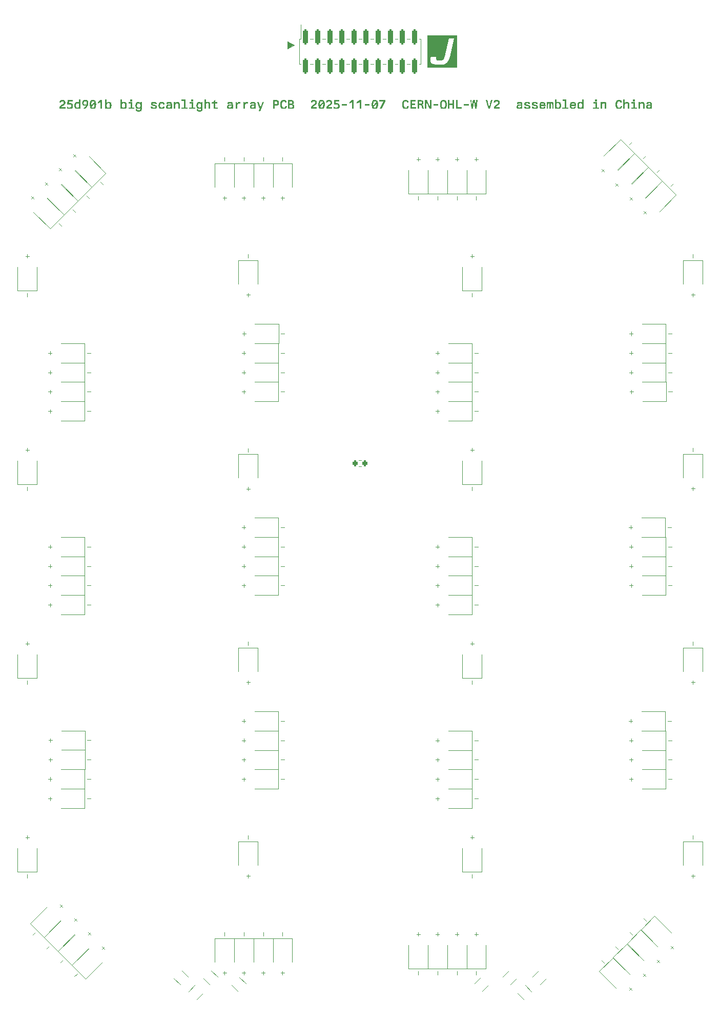
<source format=gto>
G04 #@! TF.GenerationSoftware,KiCad,Pcbnew,9.0.1-rc2*
G04 #@! TF.CreationDate,2025-11-09T14:34:19-08:00*
G04 #@! TF.ProjectId,bsl_array_v1,62736c5f-6172-4726-9179-5f76312e6b69,2*
G04 #@! TF.SameCoordinates,Original*
G04 #@! TF.FileFunction,Legend,Top*
G04 #@! TF.FilePolarity,Positive*
%FSLAX46Y46*%
G04 Gerber Fmt 4.6, Leading zero omitted, Abs format (unit mm)*
G04 Created by KiCad (PCBNEW 9.0.1-rc2) date 2025-11-09 14:34:19*
%MOMM*%
%LPD*%
G01*
G04 APERTURE LIST*
G04 Aperture macros list*
%AMRoundRect*
0 Rectangle with rounded corners*
0 $1 Rounding radius*
0 $2 $3 $4 $5 $6 $7 $8 $9 X,Y pos of 4 corners*
0 Add a 4 corners polygon primitive as box body*
4,1,4,$2,$3,$4,$5,$6,$7,$8,$9,$2,$3,0*
0 Add four circle primitives for the rounded corners*
1,1,$1+$1,$2,$3*
1,1,$1+$1,$4,$5*
1,1,$1+$1,$6,$7*
1,1,$1+$1,$8,$9*
0 Add four rect primitives between the rounded corners*
20,1,$1+$1,$2,$3,$4,$5,0*
20,1,$1+$1,$4,$5,$6,$7,0*
20,1,$1+$1,$6,$7,$8,$9,0*
20,1,$1+$1,$8,$9,$2,$3,0*%
%AMFreePoly0*
4,1,15,-1.250000,0.770000,-1.238756,0.855410,-1.190320,0.959280,-1.109280,1.040320,-1.005410,1.088756,-0.920000,1.100000,1.250000,1.100000,1.250000,-1.100000,-0.920000,-1.100000,-1.005410,-1.088756,-1.109280,-1.040320,-1.190320,-0.959280,-1.238756,-0.855410,-1.250000,-0.770000,-1.250000,0.770000,-1.250000,0.770000,$1*%
%AMFreePoly1*
4,1,13,-0.775000,1.100000,0.542500,1.100000,0.631474,1.082303,0.706902,1.031902,0.757302,0.956474,0.775000,0.867500,0.775000,-0.867500,0.757302,-0.956474,0.706902,-1.031902,0.631474,-1.082303,0.542500,-1.100000,-0.775000,-1.100000,-0.775000,1.100000,-0.775000,1.100000,$1*%
%AMFreePoly2*
4,1,17,-1.250000,0.660000,-1.242329,0.741801,-1.199011,0.865598,-1.121127,0.971127,-1.015598,1.049011,-0.891801,1.092329,-0.810000,1.100000,1.250000,1.100000,1.250000,-1.100000,-0.810000,-1.100000,-0.891801,-1.092329,-1.015598,-1.049011,-1.121127,-0.971127,-1.199011,-0.865598,-1.242329,-0.741801,-1.250000,-0.660000,-1.250000,0.660000,-1.250000,0.660000,$1*%
G04 Aperture macros list end*
%ADD10C,0.100000*%
%ADD11C,0.350000*%
%ADD12C,0.400000*%
%ADD13C,0.120000*%
%ADD14C,3.225000*%
%ADD15C,1.200000*%
%ADD16RoundRect,0.200000X0.200000X-1.050000X0.200000X1.050000X-0.200000X1.050000X-0.200000X-1.050000X0*%
%ADD17FreePoly0,135.000000*%
%ADD18FreePoly1,135.000000*%
%ADD19FreePoly0,90.000000*%
%ADD20FreePoly1,90.000000*%
%ADD21FreePoly2,270.000000*%
%ADD22FreePoly1,270.000000*%
%ADD23FreePoly0,270.000000*%
%ADD24RoundRect,0.250000X0.220971X-0.662913X0.662913X-0.220971X-0.220971X0.662913X-0.662913X0.220971X0*%
%ADD25FreePoly2,315.000000*%
%ADD26FreePoly1,315.000000*%
%ADD27FreePoly2,180.000000*%
%ADD28FreePoly1,180.000000*%
%ADD29FreePoly2,90.000000*%
%ADD30FreePoly0,0.000000*%
%ADD31FreePoly1,0.000000*%
%ADD32RoundRect,0.250000X-0.662913X-0.220971X-0.220971X-0.662913X0.662913X0.220971X0.220971X0.662913X0*%
%ADD33FreePoly0,315.000000*%
%ADD34C,3.200000*%
%ADD35FreePoly0,225.000000*%
%ADD36FreePoly1,225.000000*%
%ADD37FreePoly2,135.000000*%
%ADD38FreePoly2,225.000000*%
%ADD39FreePoly2,45.000000*%
%ADD40FreePoly1,45.000000*%
%ADD41FreePoly0,45.000000*%
%ADD42RoundRect,0.200000X-0.200000X-0.275000X0.200000X-0.275000X0.200000X0.275000X-0.200000X0.275000X0*%
%ADD43RoundRect,0.250000X0.662913X0.220971X0.220971X0.662913X-0.662913X-0.220971X-0.220971X-0.662913X0*%
G04 APERTURE END LIST*
D10*
X80100000Y-21424841D02*
X79000000Y-22024841D01*
X79000000Y-20824841D01*
X80100000Y-21424841D01*
G36*
X80100000Y-21424841D02*
G01*
X79000000Y-22024841D01*
X79000000Y-20824841D01*
X80100000Y-21424841D01*
G37*
D11*
G36*
X41340683Y-31598694D02*
G01*
X41340683Y-31945000D01*
X42323456Y-31945000D01*
X42323456Y-31709885D01*
X41611518Y-31709885D01*
X41611518Y-31690926D01*
X41813330Y-31546362D01*
X41966256Y-31426446D01*
X42147971Y-31260061D01*
X42153371Y-31254678D01*
X42208197Y-31195425D01*
X42248900Y-31140047D01*
X42271173Y-31098865D01*
X42287156Y-31056286D01*
X42302909Y-30963587D01*
X42304496Y-30912768D01*
X42301437Y-30828364D01*
X42291750Y-30755244D01*
X42278831Y-30704800D01*
X42260867Y-30660730D01*
X42240577Y-30626958D01*
X42215821Y-30597648D01*
X42154709Y-30553016D01*
X42070234Y-30521434D01*
X41948726Y-30502148D01*
X41815217Y-30497128D01*
X41709564Y-30500191D01*
X41618734Y-30509909D01*
X41557235Y-30522702D01*
X41503786Y-30540459D01*
X41463664Y-30560129D01*
X41428916Y-30584051D01*
X41400989Y-30610518D01*
X41377254Y-30641132D01*
X41340936Y-30716870D01*
X41317392Y-30821920D01*
X41309176Y-30916981D01*
X41577904Y-30916981D01*
X41584976Y-30861154D01*
X41598267Y-30816358D01*
X41612769Y-30789799D01*
X41631789Y-30768341D01*
X41680544Y-30740770D01*
X41757147Y-30726202D01*
X41817323Y-30723999D01*
X41888731Y-30727139D01*
X41944399Y-30737392D01*
X41974764Y-30749433D01*
X41998755Y-30765977D01*
X42027108Y-30807313D01*
X42040665Y-30870668D01*
X42042088Y-30908555D01*
X42038895Y-30960253D01*
X42028268Y-31003043D01*
X41994182Y-31060706D01*
X41972753Y-31084776D01*
X41889162Y-31163617D01*
X41778213Y-31258293D01*
X41340683Y-31598694D01*
G37*
G36*
X43000588Y-31962585D02*
G01*
X43103437Y-31959576D01*
X43194386Y-31950239D01*
X43261620Y-31937246D01*
X43321192Y-31919237D01*
X43367678Y-31898939D01*
X43408618Y-31874326D01*
X43441944Y-31847351D01*
X43470796Y-31816317D01*
X43515317Y-31742417D01*
X43545256Y-31646119D01*
X43560174Y-31516615D01*
X43561309Y-31461765D01*
X43558297Y-31382484D01*
X43548937Y-31312341D01*
X43535848Y-31260207D01*
X43517671Y-31213820D01*
X43496654Y-31176621D01*
X43471047Y-31143630D01*
X43407495Y-31090781D01*
X43320665Y-31049962D01*
X43198690Y-31019482D01*
X43128633Y-31009397D01*
X43017876Y-31001760D01*
X42903960Y-31005184D01*
X42924934Y-30741584D01*
X43500401Y-30737371D01*
X43500401Y-30514713D01*
X42691835Y-30514713D01*
X42628912Y-31263654D01*
X42805847Y-31240893D01*
X42942637Y-31230921D01*
X43099232Y-31236268D01*
X43155501Y-31244893D01*
X43201456Y-31259084D01*
X43230691Y-31274575D01*
X43254357Y-31294313D01*
X43284387Y-31342755D01*
X43299263Y-31413477D01*
X43300915Y-31455445D01*
X43297883Y-31521391D01*
X43288380Y-31577289D01*
X43275734Y-31615104D01*
X43258262Y-31647172D01*
X43238276Y-31671240D01*
X43213952Y-31691150D01*
X43151157Y-31719408D01*
X43058284Y-31734189D01*
X43004801Y-31735806D01*
X42939588Y-31732725D01*
X42874942Y-31722887D01*
X42748482Y-31684465D01*
X42593191Y-31613531D01*
X42593191Y-31876489D01*
X42672163Y-31910068D01*
X42748518Y-31934619D01*
X42882681Y-31957789D01*
X43000588Y-31962585D01*
G37*
G36*
X44832684Y-31945000D02*
G01*
X44578611Y-31945000D01*
X44578611Y-31834083D01*
X44561758Y-31834083D01*
X44531595Y-31877234D01*
X44479760Y-31924725D01*
X44446523Y-31942305D01*
X44407997Y-31954963D01*
X44343626Y-31965296D01*
X44263629Y-31968447D01*
X44243831Y-31968301D01*
X44113478Y-31957531D01*
X44019917Y-31931845D01*
X43949455Y-31891662D01*
X43919933Y-31864820D01*
X43894312Y-31833301D01*
X43870641Y-31793397D01*
X43851141Y-31747369D01*
X43833395Y-31685720D01*
X43820604Y-31614898D01*
X43810929Y-31511133D01*
X43807872Y-31390874D01*
X44066250Y-31390874D01*
X44069504Y-31488183D01*
X44085793Y-31591902D01*
X44113743Y-31659042D01*
X44132640Y-31684174D01*
X44155296Y-31704680D01*
X44185133Y-31722378D01*
X44220209Y-31735130D01*
X44273684Y-31744915D01*
X44337085Y-31747987D01*
X44369400Y-31747091D01*
X44446569Y-31733856D01*
X44500367Y-31705491D01*
X44522406Y-31683657D01*
X44540601Y-31656547D01*
X44557481Y-31617222D01*
X44569731Y-31569453D01*
X44579722Y-31489357D01*
X44582824Y-31390874D01*
X44580891Y-31311795D01*
X44566615Y-31199247D01*
X44540886Y-31128390D01*
X44502730Y-31081566D01*
X44475587Y-31063728D01*
X44443672Y-31050898D01*
X44394903Y-31041054D01*
X44337085Y-31037973D01*
X44286068Y-31039833D01*
X44205631Y-31054963D01*
X44149966Y-31084529D01*
X44127418Y-31106578D01*
X44108851Y-31133645D01*
X44091777Y-31172281D01*
X44079414Y-31218826D01*
X44069361Y-31296268D01*
X44066250Y-31390874D01*
X43807872Y-31390874D01*
X43808303Y-31343595D01*
X43820121Y-31172552D01*
X43845400Y-31054938D01*
X43882526Y-30971000D01*
X43932868Y-30909210D01*
X43965264Y-30884028D01*
X44002096Y-30863398D01*
X44049325Y-30845236D01*
X44102766Y-30832191D01*
X44177943Y-30822577D01*
X44263629Y-30819528D01*
X44389385Y-30826700D01*
X44465305Y-30846611D01*
X44493800Y-30861909D01*
X44517716Y-30881336D01*
X44541882Y-30911239D01*
X44561758Y-30948489D01*
X44578611Y-30948489D01*
X44578611Y-30413047D01*
X44832684Y-30413047D01*
X44832684Y-31945000D01*
G37*
G36*
X45754431Y-30503350D02*
G01*
X45870067Y-30522607D01*
X45948861Y-30553596D01*
X46005952Y-30598349D01*
X46029573Y-30628969D01*
X46048890Y-30664730D01*
X46066725Y-30714396D01*
X46079539Y-30772386D01*
X46090393Y-30872722D01*
X46093619Y-30993643D01*
X46092604Y-31053548D01*
X46078151Y-31198792D01*
X46044341Y-31326027D01*
X46017063Y-31391884D01*
X45982253Y-31459014D01*
X45931031Y-31540976D01*
X45867341Y-31628834D01*
X45739213Y-31784239D01*
X45572832Y-31968447D01*
X45249424Y-31968447D01*
X45345049Y-31875039D01*
X45537886Y-31673347D01*
X45644816Y-31542532D01*
X45753449Y-31391331D01*
X45736597Y-31391331D01*
X45673555Y-31438544D01*
X45625935Y-31454512D01*
X45564405Y-31458468D01*
X45438991Y-31454690D01*
X45319169Y-31437966D01*
X45238961Y-31409409D01*
X45181624Y-31367466D01*
X45158067Y-31338613D01*
X45138805Y-31304736D01*
X45121010Y-31257433D01*
X45108216Y-31201964D01*
X45097237Y-31104024D01*
X45094051Y-30987323D01*
X45337626Y-30987323D01*
X45343368Y-31098941D01*
X45360857Y-31168400D01*
X45391035Y-31212241D01*
X45415221Y-31229457D01*
X45445246Y-31241940D01*
X45507001Y-31253543D01*
X45587486Y-31256876D01*
X45691295Y-31251196D01*
X45758295Y-31233415D01*
X45801799Y-31202053D01*
X45819363Y-31176485D01*
X45832360Y-31144585D01*
X45845063Y-31079166D01*
X45849986Y-30993643D01*
X45843886Y-30856432D01*
X45825241Y-30788936D01*
X45793262Y-30745360D01*
X45767702Y-30728089D01*
X45736167Y-30715583D01*
X45673027Y-30704136D01*
X45591700Y-30700826D01*
X45486604Y-30707448D01*
X45423541Y-30726359D01*
X45400580Y-30740942D01*
X45381833Y-30759674D01*
X45364879Y-30787174D01*
X45352553Y-30821483D01*
X45340957Y-30893210D01*
X45337626Y-30987323D01*
X45094051Y-30987323D01*
X45093994Y-30985217D01*
X45099636Y-30834556D01*
X45118461Y-30719758D01*
X45149172Y-30641462D01*
X45193796Y-30584643D01*
X45224440Y-30561093D01*
X45260277Y-30541828D01*
X45310163Y-30524016D01*
X45368475Y-30511215D01*
X45469640Y-30500354D01*
X45591700Y-30497128D01*
X45754431Y-30503350D01*
G37*
G36*
X46982880Y-30494870D02*
G01*
X47098468Y-30511043D01*
X47177312Y-30539897D01*
X47209324Y-30560230D01*
X47237366Y-30585064D01*
X47264946Y-30619024D01*
X47288891Y-30659754D01*
X47318275Y-30730678D01*
X47344020Y-30818063D01*
X47352585Y-30852691D01*
X47377953Y-31008945D01*
X47385425Y-31112533D01*
X47388167Y-31240298D01*
X47388108Y-31260099D01*
X47378242Y-31454395D01*
X47365402Y-31543593D01*
X47346127Y-31632949D01*
X47325871Y-31704118D01*
X47284814Y-31803176D01*
X47237564Y-31868810D01*
X47208770Y-31894195D01*
X47176141Y-31914779D01*
X47132703Y-31933287D01*
X47082681Y-31946603D01*
X46983571Y-31959122D01*
X46861060Y-31962585D01*
X46716009Y-31957368D01*
X46611467Y-31939566D01*
X46537791Y-31908662D01*
X46507081Y-31886771D01*
X46479839Y-31859947D01*
X46453011Y-31823558D01*
X46429474Y-31779783D01*
X46403157Y-31711586D01*
X46386600Y-31651816D01*
X46655255Y-31651816D01*
X46657280Y-31657447D01*
X46682284Y-31699040D01*
X46702443Y-31714734D01*
X46728880Y-31726262D01*
X46784810Y-31736834D01*
X46863167Y-31740019D01*
X46876161Y-31739954D01*
X46981886Y-31730348D01*
X47016744Y-31718408D01*
X47042441Y-31700851D01*
X47061110Y-31677035D01*
X47074883Y-31646317D01*
X47096266Y-31561599D01*
X47116639Y-31427400D01*
X47125667Y-31221430D01*
X47119347Y-31063893D01*
X46655255Y-31651816D01*
X46386600Y-31651816D01*
X46380207Y-31628736D01*
X46373767Y-31600081D01*
X46349955Y-31442650D01*
X46340367Y-31227750D01*
X46602773Y-31227750D01*
X46605659Y-31345021D01*
X46613215Y-31435570D01*
X47085733Y-30837114D01*
X47075368Y-30803784D01*
X47048174Y-30758488D01*
X47027464Y-30741651D01*
X47001318Y-30729369D01*
X46942425Y-30717400D01*
X46861060Y-30714016D01*
X46813786Y-30714994D01*
X46735413Y-30725888D01*
X46689756Y-30749390D01*
X46670027Y-30772408D01*
X46655032Y-30802872D01*
X46632174Y-30889687D01*
X46631359Y-30894068D01*
X46611933Y-31025693D01*
X46602773Y-31227750D01*
X46340367Y-31227750D01*
X46340273Y-31225643D01*
X46348280Y-31029804D01*
X46364000Y-30911192D01*
X46384329Y-30820170D01*
X46408624Y-30737045D01*
X46449347Y-30643287D01*
X46496785Y-30580775D01*
X46526182Y-30556358D01*
X46559822Y-30536491D01*
X46604959Y-30518623D01*
X46657444Y-30505783D01*
X46750855Y-30494706D01*
X46865273Y-30491449D01*
X46982880Y-30494870D01*
G37*
G36*
X48126208Y-31945000D02*
G01*
X48386601Y-31945000D01*
X48386601Y-30514713D01*
X48126208Y-30514713D01*
X47674664Y-30831252D01*
X47674664Y-31109231D01*
X48052660Y-30875491D01*
X48134542Y-30808263D01*
X48126208Y-30938688D01*
X48126208Y-31945000D01*
G37*
G36*
X49154043Y-30934842D02*
G01*
X49170804Y-30934842D01*
X49202157Y-30895286D01*
X49261007Y-30843470D01*
X49295400Y-30825069D01*
X49333792Y-30811927D01*
X49394177Y-30801531D01*
X49466918Y-30798371D01*
X49490270Y-30798575D01*
X49619642Y-30809748D01*
X49712771Y-30835829D01*
X49783074Y-30876473D01*
X49812582Y-30903612D01*
X49838190Y-30935446D01*
X49861873Y-30975766D01*
X49881379Y-31022243D01*
X49899141Y-31084507D01*
X49911940Y-31156001D01*
X49921631Y-31260863D01*
X49924690Y-31382356D01*
X49923991Y-31443475D01*
X49911280Y-31614465D01*
X49885304Y-31732333D01*
X49847593Y-31816577D01*
X49796752Y-31878615D01*
X49764161Y-31903877D01*
X49727166Y-31924573D01*
X49679906Y-31942755D01*
X49626506Y-31955815D01*
X49551853Y-31965402D01*
X49466918Y-31968447D01*
X49430349Y-31967588D01*
X49341248Y-31954113D01*
X49302775Y-31940012D01*
X49266752Y-31920203D01*
X49219572Y-31883397D01*
X49170804Y-31833625D01*
X49154043Y-31833625D01*
X49154043Y-31945000D01*
X48899877Y-31945000D01*
X48900653Y-31382356D01*
X49149829Y-31382356D01*
X49152239Y-31472596D01*
X49167243Y-31585776D01*
X49193520Y-31657204D01*
X49232026Y-31704368D01*
X49259158Y-31722260D01*
X49290953Y-31735127D01*
X49338889Y-31744914D01*
X49395477Y-31747987D01*
X49449429Y-31745790D01*
X49527889Y-31729929D01*
X49582840Y-31699327D01*
X49605300Y-31676458D01*
X49623805Y-31648435D01*
X49640880Y-31608363D01*
X49653246Y-31560139D01*
X49663293Y-31480058D01*
X49666403Y-31382356D01*
X49662849Y-31279496D01*
X49646197Y-31175413D01*
X49617969Y-31107979D01*
X49598973Y-31082752D01*
X49576242Y-31062171D01*
X49546412Y-31044442D01*
X49511401Y-31031669D01*
X49458305Y-31021901D01*
X49395477Y-31018831D01*
X49361817Y-31019828D01*
X49285611Y-31033380D01*
X49232184Y-31062201D01*
X49210199Y-31084416D01*
X49192043Y-31111982D01*
X49175168Y-31152019D01*
X49162920Y-31200642D01*
X49152931Y-31282155D01*
X49149829Y-31382356D01*
X48900653Y-31382356D01*
X48901984Y-30418268D01*
X49156149Y-30418268D01*
X49154043Y-30934842D01*
G37*
G36*
X51671698Y-30934842D02*
G01*
X51688459Y-30934842D01*
X51719812Y-30895286D01*
X51778662Y-30843470D01*
X51813055Y-30825069D01*
X51851447Y-30811927D01*
X51911832Y-30801531D01*
X51984573Y-30798371D01*
X52007925Y-30798575D01*
X52137298Y-30809748D01*
X52230426Y-30835829D01*
X52300729Y-30876473D01*
X52330237Y-30903612D01*
X52355845Y-30935446D01*
X52379528Y-30975766D01*
X52399034Y-31022243D01*
X52416796Y-31084507D01*
X52429595Y-31156001D01*
X52439286Y-31260863D01*
X52442345Y-31382356D01*
X52441646Y-31443475D01*
X52428935Y-31614465D01*
X52402960Y-31732333D01*
X52365248Y-31816577D01*
X52314407Y-31878615D01*
X52281816Y-31903877D01*
X52244822Y-31924573D01*
X52197561Y-31942755D01*
X52144162Y-31955815D01*
X52069508Y-31965402D01*
X51984573Y-31968447D01*
X51948005Y-31967588D01*
X51858903Y-31954113D01*
X51820430Y-31940012D01*
X51784408Y-31920203D01*
X51737228Y-31883397D01*
X51688459Y-31833625D01*
X51671698Y-31833625D01*
X51671698Y-31945000D01*
X51417533Y-31945000D01*
X51418309Y-31382356D01*
X51667485Y-31382356D01*
X51669895Y-31472596D01*
X51684898Y-31585776D01*
X51711175Y-31657204D01*
X51749681Y-31704368D01*
X51776813Y-31722260D01*
X51808609Y-31735127D01*
X51856544Y-31744914D01*
X51913132Y-31747987D01*
X51967084Y-31745790D01*
X52045544Y-31729929D01*
X52100495Y-31699327D01*
X52122955Y-31676458D01*
X52141460Y-31648435D01*
X52158536Y-31608363D01*
X52170901Y-31560139D01*
X52180948Y-31480058D01*
X52184058Y-31382356D01*
X52180504Y-31279496D01*
X52163852Y-31175413D01*
X52135624Y-31107979D01*
X52116628Y-31082752D01*
X52093898Y-31062171D01*
X52064067Y-31044442D01*
X52029057Y-31031669D01*
X51975961Y-31021901D01*
X51913132Y-31018831D01*
X51879472Y-31019828D01*
X51803266Y-31033380D01*
X51749839Y-31062201D01*
X51727854Y-31084416D01*
X51709698Y-31111982D01*
X51692823Y-31152019D01*
X51680576Y-31200642D01*
X51670587Y-31282155D01*
X51667485Y-31382356D01*
X51418309Y-31382356D01*
X51419639Y-30418268D01*
X51673804Y-30418268D01*
X51671698Y-30934842D01*
G37*
G36*
X53022941Y-30712367D02*
G01*
X53344151Y-30712367D01*
X53344151Y-30416253D01*
X53022941Y-30416253D01*
X53022941Y-30712367D01*
G37*
G36*
X52718401Y-31945000D02*
G01*
X53686518Y-31945000D01*
X53686518Y-31728753D01*
X53335816Y-31728753D01*
X53335816Y-30848838D01*
X52739375Y-30848838D01*
X52739375Y-31065176D01*
X53083757Y-31065176D01*
X53083757Y-31728753D01*
X52718401Y-31728753D01*
X52718401Y-31945000D01*
G37*
G36*
X54476162Y-30831935D02*
G01*
X54546597Y-30852913D01*
X54575562Y-30870289D01*
X54600830Y-30892734D01*
X54629712Y-30930515D01*
X54655552Y-30978714D01*
X54672313Y-30978714D01*
X54672313Y-30848838D01*
X54918052Y-30848838D01*
X54918052Y-31976140D01*
X54912730Y-32087349D01*
X54892452Y-32189912D01*
X54858451Y-32264226D01*
X54835608Y-32294417D01*
X54808466Y-32320544D01*
X54774306Y-32344281D01*
X54734653Y-32363813D01*
X54681407Y-32381523D01*
X54619952Y-32394288D01*
X54528730Y-32404012D01*
X54422452Y-32407076D01*
X54322267Y-32404611D01*
X54187354Y-32388702D01*
X54095879Y-32360488D01*
X54031125Y-32320078D01*
X54005283Y-32293721D01*
X53983952Y-32263212D01*
X53965028Y-32223724D01*
X53951055Y-32178426D01*
X53939921Y-32112895D01*
X53935188Y-32037140D01*
X54193566Y-32037140D01*
X54194525Y-32052169D01*
X54206889Y-32116141D01*
X54232567Y-32155850D01*
X54255167Y-32171765D01*
X54284688Y-32183425D01*
X54344243Y-32193889D01*
X54424559Y-32197058D01*
X54512484Y-32191231D01*
X54577614Y-32171908D01*
X54621246Y-32138117D01*
X54638638Y-32111540D01*
X54651379Y-32078988D01*
X54662103Y-32023664D01*
X54665993Y-31955075D01*
X54668100Y-31795523D01*
X54651338Y-31795523D01*
X54612990Y-31863305D01*
X54567091Y-31908049D01*
X54535522Y-31925059D01*
X54497822Y-31937378D01*
X54431452Y-31947710D01*
X54346798Y-31950861D01*
X54331025Y-31950766D01*
X54201414Y-31940361D01*
X54107820Y-31914881D01*
X54037021Y-31874805D01*
X54007352Y-31848090D01*
X53981515Y-31816682D01*
X53957774Y-31777259D01*
X53938144Y-31731789D01*
X53920495Y-31671950D01*
X53907723Y-31603341D01*
X53898358Y-31507210D01*
X53895346Y-31396552D01*
X54151526Y-31396552D01*
X54153473Y-31471066D01*
X54167871Y-31577591D01*
X54194078Y-31645579D01*
X54233601Y-31691301D01*
X54262163Y-31708973D01*
X54295885Y-31721706D01*
X54347887Y-31731536D01*
X54409813Y-31734615D01*
X54445849Y-31733643D01*
X54527021Y-31720390D01*
X54582689Y-31692607D01*
X54605122Y-31671599D01*
X54623609Y-31645613D01*
X54640591Y-31608374D01*
X54652903Y-31563307D01*
X54662891Y-31488362D01*
X54665993Y-31396552D01*
X54663489Y-31309023D01*
X54648247Y-31200675D01*
X54621455Y-31131497D01*
X54581741Y-31085169D01*
X54553427Y-31067390D01*
X54520163Y-31054590D01*
X54469636Y-31044802D01*
X54409813Y-31041728D01*
X54368304Y-31043083D01*
X54289487Y-31057345D01*
X54234690Y-31086411D01*
X54212366Y-31108406D01*
X54193961Y-31135538D01*
X54176969Y-31174540D01*
X54164653Y-31221685D01*
X54154632Y-31300297D01*
X54151526Y-31396552D01*
X53895346Y-31396552D01*
X53896240Y-31331279D01*
X53909610Y-31169664D01*
X53936382Y-31057002D01*
X53975292Y-30975512D01*
X54028158Y-30914736D01*
X54062363Y-30889725D01*
X54101225Y-30869218D01*
X54151238Y-30851082D01*
X54207826Y-30838052D01*
X54287496Y-30828438D01*
X54378306Y-30825390D01*
X54476162Y-30831935D01*
G37*
G36*
X56940108Y-31962585D02*
G01*
X57059649Y-31959499D01*
X57159852Y-31949625D01*
X57223507Y-31937109D01*
X57277494Y-31919798D01*
X57316008Y-31901136D01*
X57348387Y-31878524D01*
X57373053Y-31854030D01*
X57393097Y-31825803D01*
X57420621Y-31756576D01*
X57433076Y-31659865D01*
X57433600Y-31630751D01*
X57430533Y-31572133D01*
X57420782Y-31520309D01*
X57407352Y-31482696D01*
X57388513Y-31448773D01*
X57337270Y-31394006D01*
X57259407Y-31346942D01*
X57138363Y-31302797D01*
X57030416Y-31275469D01*
X56847753Y-31230323D01*
X56746360Y-31193351D01*
X56722885Y-31177492D01*
X56710293Y-31160906D01*
X56707008Y-31145135D01*
X56710115Y-31113923D01*
X56720141Y-31088775D01*
X56733387Y-31073089D01*
X56751947Y-31060515D01*
X56811069Y-31043063D01*
X56933788Y-31035867D01*
X57016015Y-31039083D01*
X57076340Y-31049873D01*
X57104747Y-31061517D01*
X57126158Y-31077397D01*
X57149009Y-31116520D01*
X57156354Y-31159881D01*
X57408413Y-31159881D01*
X57404785Y-31089432D01*
X57394580Y-31028590D01*
X57381277Y-30986772D01*
X57362933Y-30950366D01*
X57341928Y-30922153D01*
X57316288Y-30897843D01*
X57250618Y-30860389D01*
X57155417Y-30834471D01*
X57011412Y-30820813D01*
X56935894Y-30819528D01*
X56817528Y-30822617D01*
X56718540Y-30832513D01*
X56656042Y-30845010D01*
X56603146Y-30862293D01*
X56565534Y-30880908D01*
X56534003Y-30903463D01*
X56510032Y-30927937D01*
X56490652Y-30956149D01*
X56464298Y-31025671D01*
X56453084Y-31123465D01*
X56452843Y-31143120D01*
X56455904Y-31197368D01*
X56465608Y-31245137D01*
X56479012Y-31279799D01*
X56497799Y-31310904D01*
X56549424Y-31361138D01*
X56629272Y-31404213D01*
X56756188Y-31444400D01*
X56881306Y-31471016D01*
X57002293Y-31496757D01*
X57087274Y-31523775D01*
X57123444Y-31542073D01*
X57149195Y-31562568D01*
X57163323Y-31581495D01*
X57171782Y-31602705D01*
X57175314Y-31632857D01*
X57172213Y-31665703D01*
X57162230Y-31692101D01*
X57149148Y-31708437D01*
X57130870Y-31721494D01*
X57073867Y-31739294D01*
X56963945Y-31746453D01*
X56940108Y-31746338D01*
X56860010Y-31742283D01*
X56798236Y-31731306D01*
X56765335Y-31719033D01*
X56739635Y-31702434D01*
X56722779Y-31684318D01*
X56710426Y-31662399D01*
X56697413Y-31603185D01*
X56696475Y-31582390D01*
X56438189Y-31582390D01*
X56439085Y-31657623D01*
X56446845Y-31723066D01*
X56458479Y-31768777D01*
X56475325Y-31808851D01*
X56494962Y-31839963D01*
X56519254Y-31867043D01*
X56581041Y-31909044D01*
X56669106Y-31939283D01*
X56799022Y-31957883D01*
X56940108Y-31962585D01*
G37*
G36*
X58232549Y-31962585D02*
G01*
X58336416Y-31959514D01*
X58424644Y-31949744D01*
X58482786Y-31937076D01*
X58532735Y-31919521D01*
X58569543Y-31900206D01*
X58600970Y-31876739D01*
X58646547Y-31820601D01*
X58676989Y-31745074D01*
X58694090Y-31637826D01*
X58696641Y-31588710D01*
X58444583Y-31588710D01*
X58430517Y-31639390D01*
X58411605Y-31678472D01*
X58393899Y-31700278D01*
X58372181Y-31717005D01*
X58316945Y-31736533D01*
X58242991Y-31742125D01*
X58175218Y-31739040D01*
X58118251Y-31729170D01*
X58081490Y-31716456D01*
X58050288Y-31698812D01*
X58026899Y-31678601D01*
X58007423Y-31653853D01*
X57978992Y-31588612D01*
X57962643Y-31489032D01*
X57959516Y-31399483D01*
X57962605Y-31306129D01*
X57972504Y-31229118D01*
X57984895Y-31181548D01*
X58002001Y-31141863D01*
X58020671Y-31113783D01*
X58043326Y-31090766D01*
X58098958Y-31059551D01*
X58178382Y-31042852D01*
X58240884Y-31040080D01*
X58297737Y-31043228D01*
X58343078Y-31053542D01*
X58369350Y-31066100D01*
X58390968Y-31083510D01*
X58420823Y-31130903D01*
X58442476Y-31216667D01*
X58696641Y-31216667D01*
X58691876Y-31133910D01*
X58680709Y-31062531D01*
X58666795Y-31013609D01*
X58647976Y-30971069D01*
X58626998Y-30938580D01*
X58601632Y-30910562D01*
X58539172Y-30868219D01*
X58452600Y-30838944D01*
X58327080Y-30822338D01*
X58228336Y-30819528D01*
X58130091Y-30822574D01*
X58043863Y-30832169D01*
X57982522Y-30845181D01*
X57928286Y-30863284D01*
X57886278Y-30883652D01*
X57849260Y-30908466D01*
X57818806Y-30936070D01*
X57792376Y-30968025D01*
X57750572Y-31046488D01*
X57721347Y-31152949D01*
X57705405Y-31302804D01*
X57703336Y-31397377D01*
X57706385Y-31507519D01*
X57716001Y-31603568D01*
X57728917Y-31670869D01*
X57746864Y-31730027D01*
X57766834Y-31775146D01*
X57791117Y-31814679D01*
X57817724Y-31846603D01*
X57848442Y-31874152D01*
X57922517Y-31916775D01*
X58021371Y-31945830D01*
X58158821Y-31961011D01*
X58232549Y-31962585D01*
G37*
G36*
X59558317Y-30822790D02*
G01*
X59682536Y-30839963D01*
X59767941Y-30869595D01*
X59829194Y-30912113D01*
X59853883Y-30940161D01*
X59874121Y-30972626D01*
X59892023Y-31015100D01*
X59904907Y-31063882D01*
X59914584Y-31134895D01*
X59917642Y-31217125D01*
X59917642Y-31945000D01*
X59678223Y-31945000D01*
X59678223Y-31813566D01*
X59661461Y-31813566D01*
X59621405Y-31865329D01*
X59562281Y-31917294D01*
X59527742Y-31935756D01*
X59489237Y-31948933D01*
X59428269Y-31959413D01*
X59354815Y-31962585D01*
X59207328Y-31953685D01*
X59116743Y-31931366D01*
X59054381Y-31896625D01*
X59029852Y-31873198D01*
X59009771Y-31845569D01*
X58992031Y-31808854D01*
X58979255Y-31766096D01*
X58969452Y-31701444D01*
X58966377Y-31625438D01*
X58967314Y-31606662D01*
X59222557Y-31606662D01*
X59227581Y-31660879D01*
X59246624Y-31702673D01*
X59264313Y-31718786D01*
X59287833Y-31730566D01*
X59335265Y-31741058D01*
X59398961Y-31744232D01*
X59427370Y-31743744D01*
X59517659Y-31732192D01*
X59577794Y-31706750D01*
X59601471Y-31687717D01*
X59621114Y-31664092D01*
X59639154Y-31630675D01*
X59652638Y-31590216D01*
X59664493Y-31522696D01*
X59669796Y-31439875D01*
X59461976Y-31441981D01*
X59400471Y-31444391D01*
X59315629Y-31458451D01*
X59266111Y-31483292D01*
X59248446Y-31501621D01*
X59235730Y-31524059D01*
X59225669Y-31561030D01*
X59222557Y-31606662D01*
X58967314Y-31606662D01*
X58970961Y-31533537D01*
X58990777Y-31439035D01*
X59025238Y-31369292D01*
X59049011Y-31340369D01*
X59077444Y-31315270D01*
X59114010Y-31292066D01*
X59156727Y-31272939D01*
X59215109Y-31255375D01*
X59282924Y-31242702D01*
X59385569Y-31232928D01*
X59506031Y-31229856D01*
X59671903Y-31229856D01*
X59671903Y-31217125D01*
X59670558Y-31180594D01*
X59657091Y-31117081D01*
X59628816Y-31075613D01*
X59604993Y-31059063D01*
X59574879Y-31047016D01*
X59520661Y-31036882D01*
X59451443Y-31033760D01*
X59429164Y-31034024D01*
X59344324Y-31043455D01*
X59296860Y-31064369D01*
X59280282Y-31080724D01*
X59268611Y-31101284D01*
X59259739Y-31137322D01*
X59258278Y-31182962D01*
X59002006Y-31182962D01*
X59001394Y-31133538D01*
X59011727Y-31030919D01*
X59037205Y-30958497D01*
X59055872Y-30929444D01*
X59078942Y-30904288D01*
X59108935Y-30881356D01*
X59144589Y-30862455D01*
X59194170Y-30845048D01*
X59252470Y-30832475D01*
X59343419Y-30822612D01*
X59451443Y-30819528D01*
X59558317Y-30822790D01*
G37*
G36*
X60225204Y-31945000D02*
G01*
X60481385Y-31945000D01*
X60481385Y-31374662D01*
X60484478Y-31287020D01*
X60494405Y-31215159D01*
X60506754Y-31171330D01*
X60523794Y-31135002D01*
X60542467Y-31109413D01*
X60565141Y-31088665D01*
X60621811Y-31060926D01*
X60704863Y-31047472D01*
X60743885Y-31046400D01*
X60805685Y-31049518D01*
X60854589Y-31059626D01*
X60882448Y-31071840D01*
X60904705Y-31088667D01*
X60932116Y-31132037D01*
X60945899Y-31200431D01*
X60947583Y-31246343D01*
X60947583Y-31945000D01*
X61203763Y-31945000D01*
X61203763Y-31250556D01*
X61200693Y-31155320D01*
X61190926Y-31074019D01*
X61178189Y-31019933D01*
X61160518Y-30973310D01*
X61140933Y-30938655D01*
X61117104Y-30909017D01*
X61059423Y-30865673D01*
X60980809Y-30836810D01*
X60868187Y-30821422D01*
X60798473Y-30819528D01*
X60732345Y-30822684D01*
X60676432Y-30833049D01*
X60639925Y-30846365D01*
X60607071Y-30865063D01*
X60551376Y-30917606D01*
X60498146Y-30998039D01*
X60481385Y-30998039D01*
X60481385Y-30848838D01*
X60225204Y-30848838D01*
X60225204Y-31945000D01*
G37*
G36*
X61481926Y-31945000D02*
G01*
X62477246Y-31945000D01*
X62477246Y-31726646D01*
X62118209Y-31726646D01*
X62118209Y-30415062D01*
X61502900Y-30415062D01*
X61502900Y-30633507D01*
X61866150Y-30633507D01*
X61866150Y-31726646D01*
X61481926Y-31726646D01*
X61481926Y-31945000D01*
G37*
G36*
X63093562Y-30712367D02*
G01*
X63414772Y-30712367D01*
X63414772Y-30416253D01*
X63093562Y-30416253D01*
X63093562Y-30712367D01*
G37*
G36*
X62789022Y-31945000D02*
G01*
X63757139Y-31945000D01*
X63757139Y-31728753D01*
X63406437Y-31728753D01*
X63406437Y-30848838D01*
X62809996Y-30848838D01*
X62809996Y-31065176D01*
X63154378Y-31065176D01*
X63154378Y-31728753D01*
X62789022Y-31728753D01*
X62789022Y-31945000D01*
G37*
G36*
X64546783Y-30831935D02*
G01*
X64617218Y-30852913D01*
X64646184Y-30870289D01*
X64671451Y-30892734D01*
X64700333Y-30930515D01*
X64726173Y-30978714D01*
X64742934Y-30978714D01*
X64742934Y-30848838D01*
X64988673Y-30848838D01*
X64988673Y-31976140D01*
X64983351Y-32087349D01*
X64963073Y-32189912D01*
X64929072Y-32264226D01*
X64906229Y-32294417D01*
X64879087Y-32320544D01*
X64844927Y-32344281D01*
X64805274Y-32363813D01*
X64752028Y-32381523D01*
X64690573Y-32394288D01*
X64599351Y-32404012D01*
X64493073Y-32407076D01*
X64392888Y-32404611D01*
X64257976Y-32388702D01*
X64166500Y-32360488D01*
X64101746Y-32320078D01*
X64075904Y-32293721D01*
X64054574Y-32263212D01*
X64035650Y-32223724D01*
X64021676Y-32178426D01*
X64010542Y-32112895D01*
X64005809Y-32037140D01*
X64264187Y-32037140D01*
X64265146Y-32052169D01*
X64277511Y-32116141D01*
X64303188Y-32155850D01*
X64325788Y-32171765D01*
X64355309Y-32183425D01*
X64414864Y-32193889D01*
X64495180Y-32197058D01*
X64583105Y-32191231D01*
X64648236Y-32171908D01*
X64691867Y-32138117D01*
X64709259Y-32111540D01*
X64722000Y-32078988D01*
X64732725Y-32023664D01*
X64736614Y-31955075D01*
X64738721Y-31795523D01*
X64721960Y-31795523D01*
X64683611Y-31863305D01*
X64637712Y-31908049D01*
X64606143Y-31925059D01*
X64568443Y-31937378D01*
X64502073Y-31947710D01*
X64417419Y-31950861D01*
X64401646Y-31950766D01*
X64272035Y-31940361D01*
X64178441Y-31914881D01*
X64107642Y-31874805D01*
X64077973Y-31848090D01*
X64052136Y-31816682D01*
X64028395Y-31777259D01*
X64008765Y-31731789D01*
X63991116Y-31671950D01*
X63978344Y-31603341D01*
X63968979Y-31507210D01*
X63965967Y-31396552D01*
X64222147Y-31396552D01*
X64224094Y-31471066D01*
X64238492Y-31577591D01*
X64264700Y-31645579D01*
X64304222Y-31691301D01*
X64332784Y-31708973D01*
X64366506Y-31721706D01*
X64418508Y-31731536D01*
X64480434Y-31734615D01*
X64516470Y-31733643D01*
X64597642Y-31720390D01*
X64653310Y-31692607D01*
X64675743Y-31671599D01*
X64694230Y-31645613D01*
X64711212Y-31608374D01*
X64723524Y-31563307D01*
X64733512Y-31488362D01*
X64736614Y-31396552D01*
X64734110Y-31309023D01*
X64718868Y-31200675D01*
X64692077Y-31131497D01*
X64652362Y-31085169D01*
X64624049Y-31067390D01*
X64590784Y-31054590D01*
X64540257Y-31044802D01*
X64480434Y-31041728D01*
X64438925Y-31043083D01*
X64360108Y-31057345D01*
X64305311Y-31086411D01*
X64282987Y-31108406D01*
X64264582Y-31135538D01*
X64247590Y-31174540D01*
X64235274Y-31221685D01*
X64225253Y-31300297D01*
X64222147Y-31396552D01*
X63965967Y-31396552D01*
X63966861Y-31331279D01*
X63980231Y-31169664D01*
X64007003Y-31057002D01*
X64045913Y-30975512D01*
X64098779Y-30914736D01*
X64132984Y-30889725D01*
X64171846Y-30869218D01*
X64221859Y-30851082D01*
X64278447Y-30838052D01*
X64358118Y-30828438D01*
X64448927Y-30825390D01*
X64546783Y-30831935D01*
G37*
G36*
X65260515Y-31945000D02*
G01*
X65516695Y-31945000D01*
X65516695Y-31372647D01*
X65519806Y-31281421D01*
X65529858Y-31207076D01*
X65542183Y-31162715D01*
X65559191Y-31126060D01*
X65577734Y-31100459D01*
X65600258Y-31079753D01*
X65656475Y-31052235D01*
X65739093Y-31038989D01*
X65777089Y-31037973D01*
X65839625Y-31041103D01*
X65889062Y-31051291D01*
X65916997Y-31063529D01*
X65939343Y-31080398D01*
X65966933Y-31123890D01*
X65981006Y-31192581D01*
X65982894Y-31242130D01*
X65982894Y-31945000D01*
X66239074Y-31945000D01*
X66239074Y-31246343D01*
X66236002Y-31151754D01*
X66226219Y-31071087D01*
X66213484Y-31017585D01*
X66195815Y-30971491D01*
X66176226Y-30937241D01*
X66152384Y-30907963D01*
X66094530Y-30865108D01*
X66015366Y-30836550D01*
X65901410Y-30821359D01*
X65831677Y-30819528D01*
X65765999Y-30822668D01*
X65709784Y-30832923D01*
X65672356Y-30846257D01*
X65638728Y-30864983D01*
X65583319Y-30916649D01*
X65533456Y-30993918D01*
X65516695Y-30993918D01*
X65516695Y-30414238D01*
X65260515Y-30414238D01*
X65260515Y-31945000D01*
G37*
G36*
X67142986Y-31968355D02*
G01*
X67326931Y-31957604D01*
X67476927Y-31941061D01*
X67476927Y-31720510D01*
X67328332Y-31739423D01*
X67214427Y-31745697D01*
X67146930Y-31742573D01*
X67098528Y-31732429D01*
X67075214Y-31721112D01*
X67058162Y-31705764D01*
X67039997Y-31665723D01*
X67033810Y-31586146D01*
X67033810Y-31065176D01*
X67443313Y-31065176D01*
X67443313Y-30848838D01*
X67033810Y-30848838D01*
X67033810Y-30523415D01*
X66790177Y-30626271D01*
X66790177Y-30848838D01*
X66561291Y-30848838D01*
X66510916Y-31065176D01*
X66781843Y-31065176D01*
X66781843Y-31594480D01*
X66785291Y-31689757D01*
X66797705Y-31770989D01*
X66811387Y-31814618D01*
X66830535Y-31852787D01*
X66851598Y-31880860D01*
X66877589Y-31905024D01*
X66942825Y-31940420D01*
X67035807Y-31962154D01*
X67142986Y-31968355D01*
G37*
G36*
X69628938Y-30822790D02*
G01*
X69753157Y-30839963D01*
X69838562Y-30869595D01*
X69899815Y-30912113D01*
X69924504Y-30940161D01*
X69944742Y-30972626D01*
X69962644Y-31015100D01*
X69975528Y-31063882D01*
X69985205Y-31134895D01*
X69988263Y-31217125D01*
X69988263Y-31945000D01*
X69748844Y-31945000D01*
X69748844Y-31813566D01*
X69732083Y-31813566D01*
X69692026Y-31865329D01*
X69632902Y-31917294D01*
X69598363Y-31935756D01*
X69559858Y-31948933D01*
X69498890Y-31959413D01*
X69425436Y-31962585D01*
X69277949Y-31953685D01*
X69187364Y-31931366D01*
X69125002Y-31896625D01*
X69100473Y-31873198D01*
X69080392Y-31845569D01*
X69062652Y-31808854D01*
X69049876Y-31766096D01*
X69040073Y-31701444D01*
X69036998Y-31625438D01*
X69037935Y-31606662D01*
X69293178Y-31606662D01*
X69298202Y-31660879D01*
X69317245Y-31702673D01*
X69334934Y-31718786D01*
X69358454Y-31730566D01*
X69405886Y-31741058D01*
X69469583Y-31744232D01*
X69497991Y-31743744D01*
X69588280Y-31732192D01*
X69648415Y-31706750D01*
X69672092Y-31687717D01*
X69691735Y-31664092D01*
X69709775Y-31630675D01*
X69723260Y-31590216D01*
X69735114Y-31522696D01*
X69740417Y-31439875D01*
X69532597Y-31441981D01*
X69471092Y-31444391D01*
X69386250Y-31458451D01*
X69336733Y-31483292D01*
X69319067Y-31501621D01*
X69306351Y-31524059D01*
X69296290Y-31561030D01*
X69293178Y-31606662D01*
X69037935Y-31606662D01*
X69041582Y-31533537D01*
X69061398Y-31439035D01*
X69095859Y-31369292D01*
X69119632Y-31340369D01*
X69148065Y-31315270D01*
X69184631Y-31292066D01*
X69227348Y-31272939D01*
X69285730Y-31255375D01*
X69353545Y-31242702D01*
X69456190Y-31232928D01*
X69576653Y-31229856D01*
X69742524Y-31229856D01*
X69742524Y-31217125D01*
X69741179Y-31180594D01*
X69727712Y-31117081D01*
X69699438Y-31075613D01*
X69675614Y-31059063D01*
X69645500Y-31047016D01*
X69591282Y-31036882D01*
X69522064Y-31033760D01*
X69499785Y-31034024D01*
X69414945Y-31043455D01*
X69367481Y-31064369D01*
X69350903Y-31080724D01*
X69339232Y-31101284D01*
X69330360Y-31137322D01*
X69328899Y-31182962D01*
X69072627Y-31182962D01*
X69072015Y-31133538D01*
X69082348Y-31030919D01*
X69107826Y-30958497D01*
X69126493Y-30929444D01*
X69149563Y-30904288D01*
X69179556Y-30881356D01*
X69215211Y-30862455D01*
X69264791Y-30845048D01*
X69323092Y-30832475D01*
X69414040Y-30822612D01*
X69522064Y-30819528D01*
X69628938Y-30822790D01*
G37*
G36*
X70430190Y-31945000D02*
G01*
X70682157Y-31945000D01*
X70682157Y-31404612D01*
X70692979Y-31329980D01*
X70727402Y-31246062D01*
X70783364Y-31166825D01*
X70814614Y-31136856D01*
X70846466Y-31115037D01*
X70883749Y-31101812D01*
X71049592Y-31090760D01*
X71200837Y-31093386D01*
X71200837Y-30841327D01*
X70995123Y-30837114D01*
X70888506Y-30840789D01*
X70851183Y-30849517D01*
X70819497Y-30866515D01*
X70789684Y-30894537D01*
X70757977Y-30936341D01*
X70673822Y-31072320D01*
X70650649Y-31072320D01*
X70661182Y-30848838D01*
X70430190Y-30848838D01*
X70430190Y-31945000D01*
G37*
G36*
X71689017Y-31945000D02*
G01*
X71940984Y-31945000D01*
X71940984Y-31404612D01*
X71951806Y-31329980D01*
X71986229Y-31246062D01*
X72042191Y-31166825D01*
X72073441Y-31136856D01*
X72105294Y-31115037D01*
X72142576Y-31101812D01*
X72308420Y-31090760D01*
X72459665Y-31093386D01*
X72459665Y-30841327D01*
X72253951Y-30837114D01*
X72147333Y-30840789D01*
X72110011Y-30849517D01*
X72078325Y-30866515D01*
X72048512Y-30894537D01*
X72016805Y-30936341D01*
X71932650Y-31072320D01*
X71909477Y-31072320D01*
X71920010Y-30848838D01*
X71689017Y-30848838D01*
X71689017Y-31945000D01*
G37*
G36*
X73405421Y-30822790D02*
G01*
X73529640Y-30839963D01*
X73615045Y-30869595D01*
X73676298Y-30912113D01*
X73700986Y-30940161D01*
X73721225Y-30972626D01*
X73739127Y-31015100D01*
X73752011Y-31063882D01*
X73761688Y-31134895D01*
X73764746Y-31217125D01*
X73764746Y-31945000D01*
X73525327Y-31945000D01*
X73525327Y-31813566D01*
X73508565Y-31813566D01*
X73468509Y-31865329D01*
X73409385Y-31917294D01*
X73374846Y-31935756D01*
X73336341Y-31948933D01*
X73275373Y-31959413D01*
X73201919Y-31962585D01*
X73054432Y-31953685D01*
X72963847Y-31931366D01*
X72901485Y-31896625D01*
X72876956Y-31873198D01*
X72856875Y-31845569D01*
X72839135Y-31808854D01*
X72826359Y-31766096D01*
X72816556Y-31701444D01*
X72813481Y-31625438D01*
X72814418Y-31606662D01*
X73069661Y-31606662D01*
X73074685Y-31660879D01*
X73093728Y-31702673D01*
X73111417Y-31718786D01*
X73134937Y-31730566D01*
X73182369Y-31741058D01*
X73246065Y-31744232D01*
X73274474Y-31743744D01*
X73364763Y-31732192D01*
X73424898Y-31706750D01*
X73448575Y-31687717D01*
X73468218Y-31664092D01*
X73486258Y-31630675D01*
X73499742Y-31590216D01*
X73511597Y-31522696D01*
X73516900Y-31439875D01*
X73309080Y-31441981D01*
X73247575Y-31444391D01*
X73162733Y-31458451D01*
X73113215Y-31483292D01*
X73095550Y-31501621D01*
X73082834Y-31524059D01*
X73072773Y-31561030D01*
X73069661Y-31606662D01*
X72814418Y-31606662D01*
X72818065Y-31533537D01*
X72837881Y-31439035D01*
X72872342Y-31369292D01*
X72896115Y-31340369D01*
X72924548Y-31315270D01*
X72961114Y-31292066D01*
X73003831Y-31272939D01*
X73062213Y-31255375D01*
X73130028Y-31242702D01*
X73232673Y-31232928D01*
X73353135Y-31229856D01*
X73519007Y-31229856D01*
X73519007Y-31217125D01*
X73517662Y-31180594D01*
X73504195Y-31117081D01*
X73475920Y-31075613D01*
X73452097Y-31059063D01*
X73421983Y-31047016D01*
X73367765Y-31036882D01*
X73298547Y-31033760D01*
X73276268Y-31034024D01*
X73191428Y-31043455D01*
X73143964Y-31064369D01*
X73127385Y-31080724D01*
X73115715Y-31101284D01*
X73106843Y-31137322D01*
X73105382Y-31182962D01*
X72849110Y-31182962D01*
X72848497Y-31133538D01*
X72858831Y-31030919D01*
X72884308Y-30958497D01*
X72902976Y-30929444D01*
X72926046Y-30904288D01*
X72956039Y-30881356D01*
X72991693Y-30862455D01*
X73041274Y-30845048D01*
X73099574Y-30832475D01*
X73190523Y-30822612D01*
X73298547Y-30819528D01*
X73405421Y-30822790D01*
G37*
G36*
X74278114Y-32396543D02*
G01*
X74542629Y-32396543D01*
X75088695Y-30848838D01*
X74824088Y-30848838D01*
X74565801Y-31655297D01*
X74555268Y-31655297D01*
X74292768Y-30848838D01*
X74032375Y-30848838D01*
X74389397Y-31844249D01*
X74460746Y-31844249D01*
X74278114Y-32396543D01*
G37*
G36*
X77066462Y-30511546D02*
G01*
X77242262Y-30528146D01*
X77364212Y-30557095D01*
X77451419Y-30597073D01*
X77515326Y-30649384D01*
X77541126Y-30682219D01*
X77562233Y-30719173D01*
X77580593Y-30765591D01*
X77593763Y-30817624D01*
X77603311Y-30888888D01*
X77606350Y-30969280D01*
X77606243Y-30986287D01*
X77595778Y-31117395D01*
X77570389Y-31211227D01*
X77530548Y-31281730D01*
X77503906Y-31311234D01*
X77472603Y-31336825D01*
X77432913Y-31360475D01*
X77387109Y-31379947D01*
X77325559Y-31397704D01*
X77254800Y-31410496D01*
X77150202Y-31420231D01*
X77028777Y-31423297D01*
X76875545Y-31423297D01*
X76875545Y-31945000D01*
X76606725Y-31945000D01*
X76606725Y-31190289D01*
X76875545Y-31190289D01*
X77007802Y-31190289D01*
X77058866Y-31189494D01*
X77176574Y-31177630D01*
X77249038Y-31154127D01*
X77296095Y-31118570D01*
X77313882Y-31093111D01*
X77326682Y-31062988D01*
X77336552Y-31016414D01*
X77339637Y-30960853D01*
X77339447Y-30947364D01*
X77328786Y-30873993D01*
X77302321Y-30822717D01*
X77280972Y-30801431D01*
X77253988Y-30783808D01*
X77213694Y-30767202D01*
X77164039Y-30755119D01*
X77077792Y-30745062D01*
X76970067Y-30741951D01*
X76875545Y-30741951D01*
X76875545Y-31190289D01*
X76606725Y-31190289D01*
X76606725Y-30515171D01*
X76814531Y-30510962D01*
X76934346Y-30508852D01*
X77066462Y-30511546D01*
G37*
G36*
X78388446Y-31962585D02*
G01*
X78493498Y-31959515D01*
X78583773Y-31949750D01*
X78644606Y-31936940D01*
X78697516Y-31919147D01*
X78737275Y-31899421D01*
X78771760Y-31875411D01*
X78799587Y-31848765D01*
X78823297Y-31817910D01*
X78859895Y-31741214D01*
X78884109Y-31634237D01*
X78892472Y-31547311D01*
X78629972Y-31547311D01*
X78617799Y-31603458D01*
X78600345Y-31647958D01*
X78583317Y-31673901D01*
X78562125Y-31694554D01*
X78509515Y-31720445D01*
X78427983Y-31732749D01*
X78388446Y-31733699D01*
X78329786Y-31730647D01*
X78278810Y-31721007D01*
X78242964Y-31707922D01*
X78211618Y-31689687D01*
X78186658Y-31668136D01*
X78165109Y-31641650D01*
X78130967Y-31571016D01*
X78107112Y-31464458D01*
X78095138Y-31297573D01*
X78094439Y-31233062D01*
X78097531Y-31103138D01*
X78107456Y-30995642D01*
X78119826Y-30929302D01*
X78136900Y-30873704D01*
X78155071Y-30834965D01*
X78177040Y-30802841D01*
X78200558Y-30778989D01*
X78227597Y-30759982D01*
X78293464Y-30735157D01*
X78388446Y-30726106D01*
X78447661Y-30729224D01*
X78495905Y-30739329D01*
X78525342Y-30751979D01*
X78550026Y-30769535D01*
X78585070Y-30816676D01*
X78610867Y-30892995D01*
X78617332Y-30925041D01*
X78879832Y-30925041D01*
X78873414Y-30837079D01*
X78860792Y-30760995D01*
X78845837Y-30708668D01*
X78826062Y-30663034D01*
X78804373Y-30628173D01*
X78778367Y-30597989D01*
X78715497Y-30552395D01*
X78630330Y-30520577D01*
X78509738Y-30501604D01*
X78388446Y-30497128D01*
X78294287Y-30500162D01*
X78210346Y-30509673D01*
X78148331Y-30522866D01*
X78092706Y-30541254D01*
X78048433Y-30562230D01*
X78008803Y-30587827D01*
X77975453Y-30616480D01*
X77945923Y-30649683D01*
X77897509Y-30730960D01*
X77860915Y-30839828D01*
X77836255Y-30989615D01*
X77825747Y-31202520D01*
X77825619Y-31233062D01*
X77828669Y-31371310D01*
X77838293Y-31492454D01*
X77851244Y-31577864D01*
X77869250Y-31653316D01*
X77889137Y-31710788D01*
X77913300Y-31761489D01*
X77939181Y-31801962D01*
X77968970Y-31837309D01*
X78037863Y-31891680D01*
X78124932Y-31930111D01*
X78239026Y-31954216D01*
X78388446Y-31962585D01*
G37*
G36*
X79474800Y-30509212D02*
G01*
X79676805Y-30520482D01*
X79811837Y-30544642D01*
X79905206Y-30579537D01*
X79971494Y-30625504D01*
X79997625Y-30654152D01*
X80018967Y-30686558D01*
X80037334Y-30727045D01*
X80050509Y-30772576D01*
X80060058Y-30835127D01*
X80063097Y-30905899D01*
X80060387Y-30977412D01*
X80044541Y-31062794D01*
X80015128Y-31120284D01*
X79993078Y-31143628D01*
X79966035Y-31162829D01*
X79924588Y-31181757D01*
X79874053Y-31195876D01*
X79874053Y-31208516D01*
X79972652Y-31234764D01*
X80035996Y-31270572D01*
X80060473Y-31293964D01*
X80080461Y-31321432D01*
X80098122Y-31358043D01*
X80110836Y-31400872D01*
X80120894Y-31468716D01*
X80124005Y-31549784D01*
X80114897Y-31671649D01*
X80090178Y-31758192D01*
X80049852Y-31824443D01*
X80022110Y-31852731D01*
X79989251Y-31877339D01*
X79946699Y-31900445D01*
X79897220Y-31919508D01*
X79829613Y-31937087D01*
X79751319Y-31949771D01*
X79633684Y-31959518D01*
X79496057Y-31962585D01*
X79461708Y-31962488D01*
X79290357Y-31957561D01*
X79084446Y-31941611D01*
X79084446Y-31727471D01*
X79349053Y-31727471D01*
X79531777Y-31731592D01*
X79684372Y-31722516D01*
X79762638Y-31701887D01*
X79811411Y-31670299D01*
X79829328Y-31647917D01*
X79842203Y-31621332D01*
X79852097Y-31580168D01*
X79855185Y-31530916D01*
X79851048Y-31468442D01*
X79832882Y-31409162D01*
X79817901Y-31386755D01*
X79798463Y-31368345D01*
X79769899Y-31351638D01*
X79734355Y-31339499D01*
X79670808Y-31329257D01*
X79590579Y-31326119D01*
X79349053Y-31326119D01*
X79349053Y-31727471D01*
X79084446Y-31727471D01*
X79084446Y-30737829D01*
X79349053Y-30737829D01*
X79349053Y-31095034D01*
X79643060Y-31095034D01*
X79711715Y-31086473D01*
X79756335Y-31065248D01*
X79772942Y-31047440D01*
X79785020Y-31024477D01*
X79795341Y-30981316D01*
X79798490Y-30924858D01*
X79789477Y-30847783D01*
X79765456Y-30802712D01*
X79744169Y-30784002D01*
X79716519Y-30769277D01*
X79663036Y-30753753D01*
X79592685Y-30744057D01*
X79481894Y-30737818D01*
X79349053Y-30737829D01*
X79084446Y-30737829D01*
X79084446Y-30514713D01*
X79422601Y-30508852D01*
X79474800Y-30509212D01*
G37*
G36*
X82881995Y-31598694D02*
G01*
X82881995Y-31945000D01*
X83864767Y-31945000D01*
X83864767Y-31709885D01*
X83152830Y-31709885D01*
X83152830Y-31690926D01*
X83354642Y-31546362D01*
X83507568Y-31426446D01*
X83689283Y-31260061D01*
X83694683Y-31254678D01*
X83749509Y-31195425D01*
X83790212Y-31140047D01*
X83812485Y-31098865D01*
X83828468Y-31056286D01*
X83844221Y-30963587D01*
X83845808Y-30912768D01*
X83842749Y-30828364D01*
X83833062Y-30755244D01*
X83820142Y-30704800D01*
X83802179Y-30660730D01*
X83781889Y-30626958D01*
X83757133Y-30597648D01*
X83696021Y-30553016D01*
X83611546Y-30521434D01*
X83490038Y-30502148D01*
X83356529Y-30497128D01*
X83250876Y-30500191D01*
X83160046Y-30509909D01*
X83098547Y-30522702D01*
X83045098Y-30540459D01*
X83004976Y-30560129D01*
X82970228Y-30584051D01*
X82942301Y-30610518D01*
X82918566Y-30641132D01*
X82882247Y-30716870D01*
X82858704Y-30821920D01*
X82850488Y-30916981D01*
X83119216Y-30916981D01*
X83126288Y-30861154D01*
X83139579Y-30816358D01*
X83154081Y-30789799D01*
X83173101Y-30768341D01*
X83221856Y-30740770D01*
X83298459Y-30726202D01*
X83358635Y-30723999D01*
X83430043Y-30727139D01*
X83485710Y-30737392D01*
X83516076Y-30749433D01*
X83540067Y-30765977D01*
X83568420Y-30807313D01*
X83581977Y-30870668D01*
X83583400Y-30908555D01*
X83580207Y-30960253D01*
X83569579Y-31003043D01*
X83535494Y-31060706D01*
X83514065Y-31084776D01*
X83430474Y-31163617D01*
X83319525Y-31258293D01*
X82881995Y-31598694D01*
G37*
G36*
X84747709Y-30494870D02*
G01*
X84863297Y-30511043D01*
X84942142Y-30539897D01*
X84974153Y-30560230D01*
X85002195Y-30585064D01*
X85029775Y-30619024D01*
X85053720Y-30659754D01*
X85083104Y-30730678D01*
X85108849Y-30818063D01*
X85117414Y-30852691D01*
X85142782Y-31008945D01*
X85150254Y-31112533D01*
X85152996Y-31240298D01*
X85152937Y-31260099D01*
X85143071Y-31454395D01*
X85130231Y-31543593D01*
X85110956Y-31632949D01*
X85090700Y-31704118D01*
X85049643Y-31803176D01*
X85002393Y-31868810D01*
X84973599Y-31894195D01*
X84940971Y-31914779D01*
X84897532Y-31933287D01*
X84847510Y-31946603D01*
X84748400Y-31959122D01*
X84625889Y-31962585D01*
X84480838Y-31957368D01*
X84376296Y-31939566D01*
X84302620Y-31908662D01*
X84271910Y-31886771D01*
X84244668Y-31859947D01*
X84217840Y-31823558D01*
X84194303Y-31779783D01*
X84167986Y-31711586D01*
X84151429Y-31651816D01*
X84420084Y-31651816D01*
X84422109Y-31657447D01*
X84447113Y-31699040D01*
X84467272Y-31714734D01*
X84493709Y-31726262D01*
X84549639Y-31736834D01*
X84627996Y-31740019D01*
X84640990Y-31739954D01*
X84746715Y-31730348D01*
X84781573Y-31718408D01*
X84807270Y-31700851D01*
X84825939Y-31677035D01*
X84839712Y-31646317D01*
X84861095Y-31561599D01*
X84881468Y-31427400D01*
X84890496Y-31221430D01*
X84884176Y-31063893D01*
X84420084Y-31651816D01*
X84151429Y-31651816D01*
X84145036Y-31628736D01*
X84138596Y-31600081D01*
X84114784Y-31442650D01*
X84105196Y-31227750D01*
X84367602Y-31227750D01*
X84370488Y-31345021D01*
X84378044Y-31435570D01*
X84850562Y-30837114D01*
X84840197Y-30803784D01*
X84813003Y-30758488D01*
X84792293Y-30741651D01*
X84766147Y-30729369D01*
X84707254Y-30717400D01*
X84625889Y-30714016D01*
X84578615Y-30714994D01*
X84500242Y-30725888D01*
X84454585Y-30749390D01*
X84434856Y-30772408D01*
X84419861Y-30802872D01*
X84397003Y-30889687D01*
X84396188Y-30894068D01*
X84376762Y-31025693D01*
X84367602Y-31227750D01*
X84105196Y-31227750D01*
X84105102Y-31225643D01*
X84113109Y-31029804D01*
X84128829Y-30911192D01*
X84149158Y-30820170D01*
X84173453Y-30737045D01*
X84214176Y-30643287D01*
X84261614Y-30580775D01*
X84291011Y-30556358D01*
X84324651Y-30536491D01*
X84369788Y-30518623D01*
X84422273Y-30505783D01*
X84515684Y-30494706D01*
X84630102Y-30491449D01*
X84747709Y-30494870D01*
G37*
G36*
X85399651Y-31598694D02*
G01*
X85399651Y-31945000D01*
X86382423Y-31945000D01*
X86382423Y-31709885D01*
X85670485Y-31709885D01*
X85670485Y-31690926D01*
X85872297Y-31546362D01*
X86025223Y-31426446D01*
X86206938Y-31260061D01*
X86212338Y-31254678D01*
X86267165Y-31195425D01*
X86307867Y-31140047D01*
X86330140Y-31098865D01*
X86346123Y-31056286D01*
X86361876Y-30963587D01*
X86363463Y-30912768D01*
X86360405Y-30828364D01*
X86350717Y-30755244D01*
X86337798Y-30704800D01*
X86319834Y-30660730D01*
X86299544Y-30626958D01*
X86274788Y-30597648D01*
X86213676Y-30553016D01*
X86129201Y-30521434D01*
X86007693Y-30502148D01*
X85874184Y-30497128D01*
X85768531Y-30500191D01*
X85677702Y-30509909D01*
X85616202Y-30522702D01*
X85562753Y-30540459D01*
X85522632Y-30560129D01*
X85487884Y-30584051D01*
X85459956Y-30610518D01*
X85436221Y-30641132D01*
X85399903Y-30716870D01*
X85376360Y-30821920D01*
X85368143Y-30916981D01*
X85636871Y-30916981D01*
X85643943Y-30861154D01*
X85657234Y-30816358D01*
X85671736Y-30789799D01*
X85690757Y-30768341D01*
X85739512Y-30740770D01*
X85816115Y-30726202D01*
X85876290Y-30723999D01*
X85947698Y-30727139D01*
X86003366Y-30737392D01*
X86033731Y-30749433D01*
X86057722Y-30765977D01*
X86086075Y-30807313D01*
X86099632Y-30870668D01*
X86101055Y-30908555D01*
X86097862Y-30960253D01*
X86087235Y-31003043D01*
X86053149Y-31060706D01*
X86031721Y-31084776D01*
X85948130Y-31163617D01*
X85837180Y-31258293D01*
X85399651Y-31598694D01*
G37*
G36*
X87059556Y-31962585D02*
G01*
X87162404Y-31959576D01*
X87253354Y-31950239D01*
X87320587Y-31937246D01*
X87380160Y-31919237D01*
X87426645Y-31898939D01*
X87467585Y-31874326D01*
X87500911Y-31847351D01*
X87529763Y-31816317D01*
X87574285Y-31742417D01*
X87604223Y-31646119D01*
X87619141Y-31516615D01*
X87620276Y-31461765D01*
X87617264Y-31382484D01*
X87607905Y-31312341D01*
X87594815Y-31260207D01*
X87576638Y-31213820D01*
X87555621Y-31176621D01*
X87530014Y-31143630D01*
X87466462Y-31090781D01*
X87379632Y-31049962D01*
X87257657Y-31019482D01*
X87187600Y-31009397D01*
X87076843Y-31001760D01*
X86962927Y-31005184D01*
X86983901Y-30741584D01*
X87559368Y-30737371D01*
X87559368Y-30514713D01*
X86750802Y-30514713D01*
X86687879Y-31263654D01*
X86864814Y-31240893D01*
X87001604Y-31230921D01*
X87158199Y-31236268D01*
X87214468Y-31244893D01*
X87260424Y-31259084D01*
X87289658Y-31274575D01*
X87313324Y-31294313D01*
X87343354Y-31342755D01*
X87358230Y-31413477D01*
X87359883Y-31455445D01*
X87356850Y-31521391D01*
X87347347Y-31577289D01*
X87334701Y-31615104D01*
X87317229Y-31647172D01*
X87297243Y-31671240D01*
X87272919Y-31691150D01*
X87210124Y-31719408D01*
X87117251Y-31734189D01*
X87063769Y-31735806D01*
X86998555Y-31732725D01*
X86933909Y-31722887D01*
X86807449Y-31684465D01*
X86652158Y-31613531D01*
X86652158Y-31876489D01*
X86731130Y-31910068D01*
X86807485Y-31934619D01*
X86941648Y-31957789D01*
X87059556Y-31962585D01*
G37*
G36*
X88007615Y-31435020D02*
G01*
X88805556Y-31435020D01*
X88805556Y-31204028D01*
X88007615Y-31204028D01*
X88007615Y-31435020D01*
G37*
G36*
X89667520Y-31945000D02*
G01*
X89927913Y-31945000D01*
X89927913Y-30514713D01*
X89667520Y-30514713D01*
X89215976Y-30831252D01*
X89215976Y-31109231D01*
X89593972Y-30875491D01*
X89675854Y-30808263D01*
X89667520Y-30938688D01*
X89667520Y-31945000D01*
G37*
G36*
X90926347Y-31945000D02*
G01*
X91186741Y-31945000D01*
X91186741Y-30514713D01*
X90926347Y-30514713D01*
X90474803Y-30831252D01*
X90474803Y-31109231D01*
X90852800Y-30875491D01*
X90934682Y-30808263D01*
X90926347Y-30938688D01*
X90926347Y-31945000D01*
G37*
G36*
X91784098Y-31435020D02*
G01*
X92582039Y-31435020D01*
X92582039Y-31204028D01*
X91784098Y-31204028D01*
X91784098Y-31435020D01*
G37*
G36*
X93559503Y-30494870D02*
G01*
X93675090Y-30511043D01*
X93753935Y-30539897D01*
X93785946Y-30560230D01*
X93813988Y-30585064D01*
X93841569Y-30619024D01*
X93865514Y-30659754D01*
X93894898Y-30730678D01*
X93920642Y-30818063D01*
X93929207Y-30852691D01*
X93954576Y-31008945D01*
X93962047Y-31112533D01*
X93964789Y-31240298D01*
X93964730Y-31260099D01*
X93954864Y-31454395D01*
X93942024Y-31543593D01*
X93922749Y-31632949D01*
X93902493Y-31704118D01*
X93861437Y-31803176D01*
X93814187Y-31868810D01*
X93785393Y-31894195D01*
X93752764Y-31914779D01*
X93709326Y-31933287D01*
X93659303Y-31946603D01*
X93560193Y-31959122D01*
X93437683Y-31962585D01*
X93292631Y-31957368D01*
X93188090Y-31939566D01*
X93114413Y-31908662D01*
X93083703Y-31886771D01*
X93056461Y-31859947D01*
X93029633Y-31823558D01*
X93006097Y-31779783D01*
X92979779Y-31711586D01*
X92963223Y-31651816D01*
X93231878Y-31651816D01*
X93233902Y-31657447D01*
X93258907Y-31699040D01*
X93279065Y-31714734D01*
X93305503Y-31726262D01*
X93361432Y-31736834D01*
X93439789Y-31740019D01*
X93452784Y-31739954D01*
X93558508Y-31730348D01*
X93593366Y-31718408D01*
X93619064Y-31700851D01*
X93637733Y-31677035D01*
X93651505Y-31646317D01*
X93672889Y-31561599D01*
X93693262Y-31427400D01*
X93702289Y-31221430D01*
X93695969Y-31063893D01*
X93231878Y-31651816D01*
X92963223Y-31651816D01*
X92956830Y-31628736D01*
X92950390Y-31600081D01*
X92926578Y-31442650D01*
X92916990Y-31227750D01*
X93179396Y-31227750D01*
X93182281Y-31345021D01*
X93189837Y-31435570D01*
X93662356Y-30837114D01*
X93651990Y-30803784D01*
X93624796Y-30758488D01*
X93604087Y-30741651D01*
X93577941Y-30729369D01*
X93519047Y-30717400D01*
X93437683Y-30714016D01*
X93390408Y-30714994D01*
X93312036Y-30725888D01*
X93266378Y-30749390D01*
X93246649Y-30772408D01*
X93231655Y-30802872D01*
X93208797Y-30889687D01*
X93207982Y-30894068D01*
X93188555Y-31025693D01*
X93179396Y-31227750D01*
X92916990Y-31227750D01*
X92916896Y-31225643D01*
X92924903Y-31029804D01*
X92940622Y-30911192D01*
X92960951Y-30820170D01*
X92985246Y-30737045D01*
X93025970Y-30643287D01*
X93073408Y-30580775D01*
X93102804Y-30556358D01*
X93136445Y-30536491D01*
X93181581Y-30518623D01*
X93234066Y-30505783D01*
X93327478Y-30494706D01*
X93441896Y-30491449D01*
X93559503Y-30494870D01*
G37*
G36*
X94247073Y-31968447D02*
G01*
X94541080Y-31968447D01*
X95152176Y-30766772D01*
X95152176Y-30514713D01*
X94173617Y-30514713D01*
X94173617Y-30754132D01*
X94868702Y-30754132D01*
X94247073Y-31968447D01*
G37*
G36*
X98529688Y-31962585D02*
G01*
X98634740Y-31959515D01*
X98725016Y-31949750D01*
X98785849Y-31936940D01*
X98838758Y-31919147D01*
X98878517Y-31899421D01*
X98913002Y-31875411D01*
X98940829Y-31848765D01*
X98964539Y-31817910D01*
X99001138Y-31741214D01*
X99025352Y-31634237D01*
X99033714Y-31547311D01*
X98771214Y-31547311D01*
X98759041Y-31603458D01*
X98741587Y-31647958D01*
X98724559Y-31673901D01*
X98703367Y-31694554D01*
X98650757Y-31720445D01*
X98569226Y-31732749D01*
X98529688Y-31733699D01*
X98471028Y-31730647D01*
X98420052Y-31721007D01*
X98384206Y-31707922D01*
X98352860Y-31689687D01*
X98327901Y-31668136D01*
X98306351Y-31641650D01*
X98272209Y-31571016D01*
X98248354Y-31464458D01*
X98236381Y-31297573D01*
X98235681Y-31233062D01*
X98238773Y-31103138D01*
X98248698Y-30995642D01*
X98261068Y-30929302D01*
X98278142Y-30873704D01*
X98296314Y-30834965D01*
X98318283Y-30802841D01*
X98341800Y-30778989D01*
X98368839Y-30759982D01*
X98434706Y-30735157D01*
X98529688Y-30726106D01*
X98588903Y-30729224D01*
X98637147Y-30739329D01*
X98666584Y-30751979D01*
X98691268Y-30769535D01*
X98726312Y-30816676D01*
X98752109Y-30892995D01*
X98758574Y-30925041D01*
X99021074Y-30925041D01*
X99014656Y-30837079D01*
X99002034Y-30760995D01*
X98987079Y-30708668D01*
X98967304Y-30663034D01*
X98945615Y-30628173D01*
X98919609Y-30597989D01*
X98856739Y-30552395D01*
X98771572Y-30520577D01*
X98650980Y-30501604D01*
X98529688Y-30497128D01*
X98435529Y-30500162D01*
X98351588Y-30509673D01*
X98289573Y-30522866D01*
X98233948Y-30541254D01*
X98189675Y-30562230D01*
X98150046Y-30587827D01*
X98116695Y-30616480D01*
X98087165Y-30649683D01*
X98038752Y-30730960D01*
X98002158Y-30839828D01*
X97977497Y-30989615D01*
X97966989Y-31202520D01*
X97966861Y-31233062D01*
X97969911Y-31371310D01*
X97979535Y-31492454D01*
X97992486Y-31577864D01*
X98010492Y-31653316D01*
X98030379Y-31710788D01*
X98054542Y-31761489D01*
X98080423Y-31801962D01*
X98110212Y-31837309D01*
X98179105Y-31891680D01*
X98266174Y-31930111D01*
X98380268Y-31954216D01*
X98529688Y-31962585D01*
G37*
G36*
X99307663Y-31945000D02*
G01*
X100235846Y-31945000D01*
X100235846Y-31714007D01*
X99576391Y-31714007D01*
X99576391Y-31317784D01*
X100109817Y-31317784D01*
X100109817Y-31086791D01*
X99576391Y-31086791D01*
X99576391Y-30745798D01*
X100193806Y-30745798D01*
X100193806Y-30514713D01*
X99307663Y-30514713D01*
X99307663Y-31945000D01*
G37*
G36*
X101099455Y-30517203D02*
G01*
X101227867Y-30541611D01*
X101318667Y-30577600D01*
X101384395Y-30625570D01*
X101410673Y-30655687D01*
X101432212Y-30689711D01*
X101450890Y-30732246D01*
X101464395Y-30779975D01*
X101474324Y-30844952D01*
X101477821Y-30918172D01*
X101469820Y-31043559D01*
X101447834Y-31117285D01*
X101410966Y-31169532D01*
X101383227Y-31191502D01*
X101349749Y-31209233D01*
X101296620Y-31226866D01*
X101232174Y-31239199D01*
X101232174Y-31258066D01*
X101284039Y-31270282D01*
X101340305Y-31300018D01*
X101365093Y-31324216D01*
X101386526Y-31354939D01*
X101414790Y-31416527D01*
X101440086Y-31498035D01*
X101559704Y-31945000D01*
X101272016Y-31945000D01*
X101173373Y-31516994D01*
X101147869Y-31444533D01*
X101111909Y-31401472D01*
X101084455Y-31384593D01*
X101050792Y-31372353D01*
X100990183Y-31361974D01*
X100912979Y-31358817D01*
X100778524Y-31358817D01*
X100778524Y-31945000D01*
X100511810Y-31945000D01*
X100511810Y-30741951D01*
X100778524Y-30741951D01*
X100778524Y-31125809D01*
X101049450Y-31125809D01*
X101065466Y-31125516D01*
X101129883Y-31114903D01*
X101171306Y-31089301D01*
X101187797Y-31067080D01*
X101199806Y-31038672D01*
X101210073Y-30986018D01*
X101213215Y-30918172D01*
X101206262Y-30844195D01*
X101185584Y-30797683D01*
X101167710Y-30779706D01*
X101144467Y-30765990D01*
X101101420Y-30752943D01*
X101045237Y-30746164D01*
X100888284Y-30739386D01*
X100778524Y-30741951D01*
X100511810Y-30741951D01*
X100511810Y-30514713D01*
X100761762Y-30508852D01*
X100912704Y-30506691D01*
X101099455Y-30517203D01*
G37*
G36*
X101716050Y-31945000D02*
G01*
X101974337Y-31945000D01*
X101974337Y-31123702D01*
X101944936Y-30825390D01*
X101951256Y-30825390D01*
X102463708Y-31945000D01*
X102791237Y-31945000D01*
X102791237Y-30514713D01*
X102532950Y-30514713D01*
X102532950Y-31337934D01*
X102562351Y-31636338D01*
X102556031Y-31636338D01*
X102043671Y-30514713D01*
X101716050Y-30514713D01*
X101716050Y-31945000D01*
G37*
G36*
X103113546Y-31435020D02*
G01*
X103911488Y-31435020D01*
X103911488Y-31204028D01*
X103113546Y-31204028D01*
X103113546Y-31435020D01*
G37*
G36*
X104915806Y-30505164D02*
G01*
X105028608Y-30528970D01*
X105114736Y-30567190D01*
X105150811Y-30592177D01*
X105183003Y-30621539D01*
X105212588Y-30657019D01*
X105238300Y-30697710D01*
X105262357Y-30748858D01*
X105282161Y-30806928D01*
X105300131Y-30883434D01*
X105313059Y-30970179D01*
X105322694Y-31093806D01*
X105325745Y-31235169D01*
X105316105Y-31467593D01*
X105292216Y-31618919D01*
X105256363Y-31728490D01*
X105208750Y-31810025D01*
X105179686Y-31843254D01*
X105146820Y-31871923D01*
X105107761Y-31897504D01*
X105064087Y-31918466D01*
X105009156Y-31936845D01*
X104947867Y-31950030D01*
X104864709Y-31959550D01*
X104771345Y-31962585D01*
X104629201Y-31954939D01*
X104515216Y-31931527D01*
X104428441Y-31893768D01*
X104359858Y-31840067D01*
X104330202Y-31805049D01*
X104304434Y-31764879D01*
X104280356Y-31714439D01*
X104260535Y-31657170D01*
X104242561Y-31581761D01*
X104229630Y-31496264D01*
X104219995Y-31374448D01*
X104216944Y-31235169D01*
X104481550Y-31235169D01*
X104482069Y-31290851D01*
X104493504Y-31460350D01*
X104516920Y-31568144D01*
X104550589Y-31639295D01*
X104571837Y-31665880D01*
X104596458Y-31687493D01*
X104627377Y-31705760D01*
X104662739Y-31718860D01*
X104713225Y-31728535D01*
X104771345Y-31731592D01*
X104859602Y-31723757D01*
X104925916Y-31700114D01*
X104952971Y-31681808D01*
X104976488Y-31658711D01*
X104998410Y-31627536D01*
X105016537Y-31589837D01*
X105033594Y-31535504D01*
X105045951Y-31470531D01*
X105055932Y-31364144D01*
X105059032Y-31235169D01*
X105058429Y-31173160D01*
X105046830Y-31001093D01*
X105023440Y-30892211D01*
X104989958Y-30820634D01*
X104968890Y-30793980D01*
X104944476Y-30772318D01*
X104913873Y-30754046D01*
X104878867Y-30740943D01*
X104828895Y-30731269D01*
X104771345Y-30728212D01*
X104679662Y-30736901D01*
X104614249Y-30761485D01*
X104587348Y-30780424D01*
X104563934Y-30804246D01*
X104542031Y-30836407D01*
X104523903Y-30875246D01*
X104506866Y-30931029D01*
X104494515Y-30997655D01*
X104484637Y-31105190D01*
X104481550Y-31235169D01*
X104216944Y-31235169D01*
X104217023Y-31210686D01*
X104227110Y-30993853D01*
X104251368Y-30841904D01*
X104287508Y-30731863D01*
X104335325Y-30650007D01*
X104364450Y-30616671D01*
X104397353Y-30587915D01*
X104436393Y-30562278D01*
X104480011Y-30541275D01*
X104534783Y-30522877D01*
X104595849Y-30509681D01*
X104678559Y-30500162D01*
X104771345Y-30497128D01*
X104915806Y-30505164D01*
G37*
G36*
X105519827Y-31945000D02*
G01*
X105788647Y-31945000D01*
X105788647Y-31320623D01*
X106271698Y-31320623D01*
X106271698Y-31945000D01*
X106540426Y-31945000D01*
X106540426Y-30514713D01*
X106271698Y-30514713D01*
X106271698Y-31083311D01*
X105788647Y-31083311D01*
X105788647Y-30514713D01*
X105519827Y-30514713D01*
X105519827Y-31945000D01*
G37*
G36*
X106831228Y-31945000D02*
G01*
X107822335Y-31945000D01*
X107822335Y-31709885D01*
X107099956Y-31709885D01*
X107099956Y-30514713D01*
X106831228Y-30514713D01*
X106831228Y-31945000D01*
G37*
G36*
X108148857Y-31435020D02*
G01*
X108946798Y-31435020D01*
X108946798Y-31204028D01*
X108148857Y-31204028D01*
X108148857Y-31435020D01*
G37*
G36*
X109361431Y-31945000D02*
G01*
X109638677Y-31945000D01*
X109802442Y-30699544D01*
X109810868Y-30699544D01*
X109972527Y-31945000D01*
X110251879Y-31945000D01*
X110421964Y-30514713D01*
X110190971Y-30514713D01*
X110106891Y-31640551D01*
X110104876Y-31640551D01*
X110088023Y-31379516D01*
X109957872Y-30514713D01*
X109655438Y-30514713D01*
X109521074Y-31379516D01*
X109506328Y-31640551D01*
X109504221Y-31640551D01*
X109422339Y-30514713D01*
X109191346Y-30514713D01*
X109361431Y-31945000D01*
G37*
G36*
X112158439Y-31945000D02*
G01*
X112488075Y-31945000D01*
X112912325Y-30514713D01*
X112649825Y-30514713D01*
X112328524Y-31630018D01*
X112317991Y-31630018D01*
X111996689Y-30514713D01*
X111734189Y-30514713D01*
X112158439Y-31945000D01*
G37*
G36*
X113093859Y-31598694D02*
G01*
X113093859Y-31945000D01*
X114076631Y-31945000D01*
X114076631Y-31709885D01*
X113364693Y-31709885D01*
X113364693Y-31690926D01*
X113566505Y-31546362D01*
X113719431Y-31426446D01*
X113901146Y-31260061D01*
X113906546Y-31254678D01*
X113961373Y-31195425D01*
X114002075Y-31140047D01*
X114024348Y-31098865D01*
X114040331Y-31056286D01*
X114056084Y-30963587D01*
X114057671Y-30912768D01*
X114054613Y-30828364D01*
X114044925Y-30755244D01*
X114032006Y-30704800D01*
X114014042Y-30660730D01*
X113993752Y-30626958D01*
X113968996Y-30597648D01*
X113907884Y-30553016D01*
X113823409Y-30521434D01*
X113701901Y-30502148D01*
X113568392Y-30497128D01*
X113462739Y-30500191D01*
X113371910Y-30509909D01*
X113310410Y-30522702D01*
X113256961Y-30540459D01*
X113216839Y-30560129D01*
X113182092Y-30584051D01*
X113154164Y-30610518D01*
X113130429Y-30641132D01*
X113094111Y-30716870D01*
X113070568Y-30821920D01*
X113062351Y-30916981D01*
X113331079Y-30916981D01*
X113338151Y-30861154D01*
X113351442Y-30816358D01*
X113365944Y-30789799D01*
X113384965Y-30768341D01*
X113433719Y-30740770D01*
X113510322Y-30726202D01*
X113570498Y-30723999D01*
X113641906Y-30727139D01*
X113697574Y-30737392D01*
X113727939Y-30749433D01*
X113751930Y-30765977D01*
X113780283Y-30807313D01*
X113793840Y-30870668D01*
X113795263Y-30908555D01*
X113792070Y-30960253D01*
X113781443Y-31003043D01*
X113747357Y-31060706D01*
X113725928Y-31084776D01*
X113642338Y-31163617D01*
X113531388Y-31258293D01*
X113093859Y-31598694D01*
G37*
G36*
X117464388Y-30822790D02*
G01*
X117588607Y-30839963D01*
X117674012Y-30869595D01*
X117735265Y-30912113D01*
X117759954Y-30940161D01*
X117780192Y-30972626D01*
X117798094Y-31015100D01*
X117810978Y-31063882D01*
X117820656Y-31134895D01*
X117823713Y-31217125D01*
X117823713Y-31945000D01*
X117584294Y-31945000D01*
X117584294Y-31813566D01*
X117567533Y-31813566D01*
X117527476Y-31865329D01*
X117468352Y-31917294D01*
X117433813Y-31935756D01*
X117395308Y-31948933D01*
X117334340Y-31959413D01*
X117260886Y-31962585D01*
X117113399Y-31953685D01*
X117022814Y-31931366D01*
X116960452Y-31896625D01*
X116935923Y-31873198D01*
X116915843Y-31845569D01*
X116898102Y-31808854D01*
X116885327Y-31766096D01*
X116875523Y-31701444D01*
X116872448Y-31625438D01*
X116873385Y-31606662D01*
X117128628Y-31606662D01*
X117133652Y-31660879D01*
X117152695Y-31702673D01*
X117170384Y-31718786D01*
X117193904Y-31730566D01*
X117241336Y-31741058D01*
X117305033Y-31744232D01*
X117333441Y-31743744D01*
X117423730Y-31732192D01*
X117483865Y-31706750D01*
X117507542Y-31687717D01*
X117527185Y-31664092D01*
X117545226Y-31630675D01*
X117558710Y-31590216D01*
X117570564Y-31522696D01*
X117575867Y-31439875D01*
X117368047Y-31441981D01*
X117306543Y-31444391D01*
X117221701Y-31458451D01*
X117172183Y-31483292D01*
X117154517Y-31501621D01*
X117141801Y-31524059D01*
X117131740Y-31561030D01*
X117128628Y-31606662D01*
X116873385Y-31606662D01*
X116877033Y-31533537D01*
X116896848Y-31439035D01*
X116931309Y-31369292D01*
X116955082Y-31340369D01*
X116983515Y-31315270D01*
X117020081Y-31292066D01*
X117062798Y-31272939D01*
X117121180Y-31255375D01*
X117188995Y-31242702D01*
X117291640Y-31232928D01*
X117412103Y-31229856D01*
X117577974Y-31229856D01*
X117577974Y-31217125D01*
X117576629Y-31180594D01*
X117563162Y-31117081D01*
X117534888Y-31075613D01*
X117511064Y-31059063D01*
X117480950Y-31047016D01*
X117426732Y-31036882D01*
X117357514Y-31033760D01*
X117335236Y-31034024D01*
X117250395Y-31043455D01*
X117202931Y-31064369D01*
X117186353Y-31080724D01*
X117174682Y-31101284D01*
X117165810Y-31137322D01*
X117164349Y-31182962D01*
X116908077Y-31182962D01*
X116907465Y-31133538D01*
X116917799Y-31030919D01*
X116943276Y-30958497D01*
X116961943Y-30929444D01*
X116985013Y-30904288D01*
X117015006Y-30881356D01*
X117050661Y-30862455D01*
X117100241Y-30845048D01*
X117158542Y-30832475D01*
X117249490Y-30822612D01*
X117357514Y-30819528D01*
X117464388Y-30822790D01*
G37*
G36*
X118622662Y-31962585D02*
G01*
X118742203Y-31959499D01*
X118842406Y-31949625D01*
X118906061Y-31937109D01*
X118960048Y-31919798D01*
X118998563Y-31901136D01*
X119030941Y-31878524D01*
X119055607Y-31854030D01*
X119075651Y-31825803D01*
X119103175Y-31756576D01*
X119115630Y-31659865D01*
X119116154Y-31630751D01*
X119113087Y-31572133D01*
X119103336Y-31520309D01*
X119089906Y-31482696D01*
X119071067Y-31448773D01*
X119019824Y-31394006D01*
X118941961Y-31346942D01*
X118820917Y-31302797D01*
X118712971Y-31275469D01*
X118530307Y-31230323D01*
X118428915Y-31193351D01*
X118405440Y-31177492D01*
X118392848Y-31160906D01*
X118389562Y-31145135D01*
X118392669Y-31113923D01*
X118402695Y-31088775D01*
X118415941Y-31073089D01*
X118434501Y-31060515D01*
X118493623Y-31043063D01*
X118616342Y-31035867D01*
X118698569Y-31039083D01*
X118758894Y-31049873D01*
X118787301Y-31061517D01*
X118808713Y-31077397D01*
X118831563Y-31116520D01*
X118838908Y-31159881D01*
X119090967Y-31159881D01*
X119087339Y-31089432D01*
X119077135Y-31028590D01*
X119063831Y-30986772D01*
X119045487Y-30950366D01*
X119024483Y-30922153D01*
X118998842Y-30897843D01*
X118933172Y-30860389D01*
X118837971Y-30834471D01*
X118693966Y-30820813D01*
X118618449Y-30819528D01*
X118500082Y-30822617D01*
X118401094Y-30832513D01*
X118338596Y-30845010D01*
X118285700Y-30862293D01*
X118248089Y-30880908D01*
X118216557Y-30903463D01*
X118192587Y-30927937D01*
X118173206Y-30956149D01*
X118146852Y-31025671D01*
X118135638Y-31123465D01*
X118135397Y-31143120D01*
X118138458Y-31197368D01*
X118148162Y-31245137D01*
X118161566Y-31279799D01*
X118180353Y-31310904D01*
X118231978Y-31361138D01*
X118311826Y-31404213D01*
X118438742Y-31444400D01*
X118563860Y-31471016D01*
X118684847Y-31496757D01*
X118769828Y-31523775D01*
X118805998Y-31542073D01*
X118831749Y-31562568D01*
X118845877Y-31581495D01*
X118854337Y-31602705D01*
X118857868Y-31632857D01*
X118854767Y-31665703D01*
X118844784Y-31692101D01*
X118831702Y-31708437D01*
X118813424Y-31721494D01*
X118756421Y-31739294D01*
X118646499Y-31746453D01*
X118622662Y-31746338D01*
X118542564Y-31742283D01*
X118480790Y-31731306D01*
X118447889Y-31719033D01*
X118422189Y-31702434D01*
X118405333Y-31684318D01*
X118392980Y-31662399D01*
X118379967Y-31603185D01*
X118379030Y-31582390D01*
X118120743Y-31582390D01*
X118121639Y-31657623D01*
X118129399Y-31723066D01*
X118141033Y-31768777D01*
X118157879Y-31808851D01*
X118177516Y-31839963D01*
X118201808Y-31867043D01*
X118263595Y-31909044D01*
X118351660Y-31939283D01*
X118481576Y-31957883D01*
X118622662Y-31962585D01*
G37*
G36*
X119881489Y-31962585D02*
G01*
X120001031Y-31959499D01*
X120101234Y-31949625D01*
X120164888Y-31937109D01*
X120218876Y-31919798D01*
X120257390Y-31901136D01*
X120289768Y-31878524D01*
X120314434Y-31854030D01*
X120334479Y-31825803D01*
X120362003Y-31756576D01*
X120374457Y-31659865D01*
X120374982Y-31630751D01*
X120371914Y-31572133D01*
X120362163Y-31520309D01*
X120348733Y-31482696D01*
X120329895Y-31448773D01*
X120278652Y-31394006D01*
X120200789Y-31346942D01*
X120079744Y-31302797D01*
X119971798Y-31275469D01*
X119789134Y-31230323D01*
X119687742Y-31193351D01*
X119664267Y-31177492D01*
X119651675Y-31160906D01*
X119648390Y-31145135D01*
X119651497Y-31113923D01*
X119661523Y-31088775D01*
X119674769Y-31073089D01*
X119693329Y-31060515D01*
X119752450Y-31043063D01*
X119875170Y-31035867D01*
X119957396Y-31039083D01*
X120017722Y-31049873D01*
X120046129Y-31061517D01*
X120067540Y-31077397D01*
X120090391Y-31116520D01*
X120097736Y-31159881D01*
X120349795Y-31159881D01*
X120346166Y-31089432D01*
X120335962Y-31028590D01*
X120322658Y-30986772D01*
X120304315Y-30950366D01*
X120283310Y-30922153D01*
X120257670Y-30897843D01*
X120192000Y-30860389D01*
X120096799Y-30834471D01*
X119952794Y-30820813D01*
X119877276Y-30819528D01*
X119758910Y-30822617D01*
X119659921Y-30832513D01*
X119597423Y-30845010D01*
X119544528Y-30862293D01*
X119506916Y-30880908D01*
X119475384Y-30903463D01*
X119451414Y-30927937D01*
X119432033Y-30956149D01*
X119405679Y-31025671D01*
X119394466Y-31123465D01*
X119394225Y-31143120D01*
X119397286Y-31197368D01*
X119406990Y-31245137D01*
X119420394Y-31279799D01*
X119439180Y-31310904D01*
X119490806Y-31361138D01*
X119570654Y-31404213D01*
X119697569Y-31444400D01*
X119822688Y-31471016D01*
X119943675Y-31496757D01*
X120028656Y-31523775D01*
X120064825Y-31542073D01*
X120090577Y-31562568D01*
X120104705Y-31581495D01*
X120113164Y-31602705D01*
X120116695Y-31632857D01*
X120113594Y-31665703D01*
X120103612Y-31692101D01*
X120090530Y-31708437D01*
X120072252Y-31721494D01*
X120015249Y-31739294D01*
X119905327Y-31746453D01*
X119881489Y-31746338D01*
X119801392Y-31742283D01*
X119739617Y-31731306D01*
X119706717Y-31719033D01*
X119681016Y-31702434D01*
X119664160Y-31684318D01*
X119651807Y-31662399D01*
X119638795Y-31603185D01*
X119637857Y-31582390D01*
X119379570Y-31582390D01*
X119380467Y-31657623D01*
X119388227Y-31723066D01*
X119399861Y-31768777D01*
X119416707Y-31808851D01*
X119436344Y-31839963D01*
X119460636Y-31867043D01*
X119522422Y-31909044D01*
X119610487Y-31939283D01*
X119740403Y-31957883D01*
X119881489Y-31962585D01*
G37*
G36*
X121238640Y-30823413D02*
G01*
X121355816Y-30842638D01*
X121442872Y-30876114D01*
X121510047Y-30924703D01*
X121538549Y-30956559D01*
X121563057Y-30993308D01*
X121585594Y-31039613D01*
X121603738Y-31092386D01*
X121619624Y-31162335D01*
X121630227Y-31241900D01*
X121636615Y-31356403D01*
X121635916Y-31487777D01*
X120890365Y-31487777D01*
X120904535Y-31589592D01*
X120929747Y-31657869D01*
X120967620Y-31702878D01*
X120995610Y-31720370D01*
X121029073Y-31732978D01*
X121084787Y-31743203D01*
X121152865Y-31746338D01*
X121212992Y-31743117D01*
X121274283Y-31726608D01*
X121298073Y-31711866D01*
X121317974Y-31692196D01*
X121340343Y-31656219D01*
X121358670Y-31608769D01*
X121619064Y-31608769D01*
X121591267Y-31732129D01*
X121554439Y-31815131D01*
X121505501Y-31874935D01*
X121473755Y-31899237D01*
X121437265Y-31919165D01*
X121389241Y-31936937D01*
X121333981Y-31949734D01*
X121251484Y-31959513D01*
X121154972Y-31962585D01*
X121082812Y-31960999D01*
X120947841Y-31945700D01*
X120850298Y-31916384D01*
X120776872Y-31873276D01*
X120746300Y-31845327D01*
X120719815Y-31812943D01*
X120695572Y-31772729D01*
X120675637Y-31726831D01*
X120657685Y-31666521D01*
X120644768Y-31597904D01*
X120635130Y-31499685D01*
X120632078Y-31387027D01*
X120633336Y-31311944D01*
X120635514Y-31288292D01*
X120892472Y-31288292D01*
X121385964Y-31288292D01*
X121377875Y-31189788D01*
X121355466Y-31124143D01*
X121338804Y-31099473D01*
X121318203Y-31079352D01*
X121290052Y-31061724D01*
X121256470Y-31049029D01*
X121202667Y-31038977D01*
X121138210Y-31035867D01*
X121125434Y-31035979D01*
X121036089Y-31045818D01*
X120976073Y-31069832D01*
X120952850Y-31087658D01*
X120933516Y-31109919D01*
X120916735Y-31139724D01*
X120904416Y-31175640D01*
X120895430Y-31226977D01*
X120892472Y-31288292D01*
X120635514Y-31288292D01*
X120647620Y-31156830D01*
X120675285Y-31047872D01*
X120715346Y-30968373D01*
X120740708Y-30936245D01*
X120770017Y-30908524D01*
X120805625Y-30883700D01*
X120846105Y-30863338D01*
X120898511Y-30845234D01*
X120957876Y-30832227D01*
X121042068Y-30822581D01*
X121138210Y-30819528D01*
X121238640Y-30823413D01*
G37*
G36*
X121817450Y-31945000D02*
G01*
X122050549Y-31945000D01*
X122050549Y-31324195D01*
X122053753Y-31214311D01*
X122064456Y-31135649D01*
X122075657Y-31100593D01*
X122090812Y-31075125D01*
X122106363Y-31060779D01*
X122125020Y-31051614D01*
X122161832Y-31046400D01*
X122196960Y-31049507D01*
X122225226Y-31059532D01*
X122242571Y-31072525D01*
X122256493Y-31090656D01*
X122275418Y-31145895D01*
X122283673Y-31249855D01*
X122283648Y-31284170D01*
X122279435Y-31945000D01*
X122510428Y-31945000D01*
X122510428Y-31313662D01*
X122513615Y-31211619D01*
X122524201Y-31137350D01*
X122535535Y-31102887D01*
X122550912Y-31077456D01*
X122566925Y-31062644D01*
X122586187Y-31052875D01*
X122630137Y-31046400D01*
X122660009Y-31049507D01*
X122684254Y-31059532D01*
X122712059Y-31091779D01*
X122729632Y-31152550D01*
X122737207Y-31284170D01*
X122737207Y-31945000D01*
X122970307Y-31945000D01*
X122970307Y-31246343D01*
X122967200Y-31130010D01*
X122957180Y-31035201D01*
X122944927Y-30978684D01*
X122928041Y-30931973D01*
X122910080Y-30899964D01*
X122888361Y-30873932D01*
X122837179Y-30840060D01*
X122767195Y-30822501D01*
X122712020Y-30819528D01*
X122656849Y-30822660D01*
X122611778Y-30832855D01*
X122583838Y-30845733D01*
X122559920Y-30863680D01*
X122522807Y-30914185D01*
X122495682Y-30981278D01*
X122493575Y-30981278D01*
X122475360Y-30929344D01*
X122452944Y-30888901D01*
X122432801Y-30865872D01*
X122408779Y-30848012D01*
X122349458Y-30826646D01*
X122260476Y-30819528D01*
X122217957Y-30823495D01*
X122181519Y-30834470D01*
X122156031Y-30848925D01*
X122132582Y-30869184D01*
X122086881Y-30932861D01*
X122060990Y-30983110D01*
X122044229Y-30983110D01*
X122044229Y-30848838D01*
X121817450Y-30848838D01*
X121817450Y-31945000D01*
G37*
G36*
X123424873Y-30934842D02*
G01*
X123441634Y-30934842D01*
X123472987Y-30895286D01*
X123531837Y-30843470D01*
X123566230Y-30825069D01*
X123604622Y-30811927D01*
X123665008Y-30801531D01*
X123737748Y-30798371D01*
X123761100Y-30798575D01*
X123890473Y-30809748D01*
X123983601Y-30835829D01*
X124053904Y-30876473D01*
X124083413Y-30903612D01*
X124109020Y-30935446D01*
X124132703Y-30975766D01*
X124152209Y-31022243D01*
X124169971Y-31084507D01*
X124182770Y-31156001D01*
X124192461Y-31260863D01*
X124195520Y-31382356D01*
X124194822Y-31443475D01*
X124182110Y-31614465D01*
X124156135Y-31732333D01*
X124118423Y-31816577D01*
X124067583Y-31878615D01*
X124034991Y-31903877D01*
X123997997Y-31924573D01*
X123950736Y-31942755D01*
X123897337Y-31955815D01*
X123822683Y-31965402D01*
X123737748Y-31968447D01*
X123701180Y-31967588D01*
X123612078Y-31954113D01*
X123573605Y-31940012D01*
X123537583Y-31920203D01*
X123490403Y-31883397D01*
X123441634Y-31833625D01*
X123424873Y-31833625D01*
X123424873Y-31945000D01*
X123170708Y-31945000D01*
X123171484Y-31382356D01*
X123420660Y-31382356D01*
X123423070Y-31472596D01*
X123438074Y-31585776D01*
X123464350Y-31657204D01*
X123502856Y-31704368D01*
X123529988Y-31722260D01*
X123561784Y-31735127D01*
X123609719Y-31744914D01*
X123666307Y-31747987D01*
X123720259Y-31745790D01*
X123798720Y-31729929D01*
X123853670Y-31699327D01*
X123876130Y-31676458D01*
X123894635Y-31648435D01*
X123911711Y-31608363D01*
X123924076Y-31560139D01*
X123934123Y-31480058D01*
X123937233Y-31382356D01*
X123933679Y-31279496D01*
X123917027Y-31175413D01*
X123888799Y-31107979D01*
X123869803Y-31082752D01*
X123847073Y-31062171D01*
X123817242Y-31044442D01*
X123782232Y-31031669D01*
X123729136Y-31021901D01*
X123666307Y-31018831D01*
X123632647Y-31019828D01*
X123556442Y-31033380D01*
X123503014Y-31062201D01*
X123481029Y-31084416D01*
X123462874Y-31111982D01*
X123445999Y-31152019D01*
X123433751Y-31200642D01*
X123423762Y-31282155D01*
X123420660Y-31382356D01*
X123171484Y-31382356D01*
X123172814Y-30418268D01*
X123426980Y-30418268D01*
X123424873Y-30934842D01*
G37*
G36*
X124423307Y-31945000D02*
G01*
X125418627Y-31945000D01*
X125418627Y-31726646D01*
X125059590Y-31726646D01*
X125059590Y-30415062D01*
X124444282Y-30415062D01*
X124444282Y-30633507D01*
X124807532Y-30633507D01*
X124807532Y-31726646D01*
X124423307Y-31726646D01*
X124423307Y-31945000D01*
G37*
G36*
X126273951Y-30823413D02*
G01*
X126391127Y-30842638D01*
X126478183Y-30876114D01*
X126545357Y-30924703D01*
X126573859Y-30956559D01*
X126598367Y-30993308D01*
X126620904Y-31039613D01*
X126639048Y-31092386D01*
X126654935Y-31162335D01*
X126665538Y-31241900D01*
X126671926Y-31356403D01*
X126671227Y-31487777D01*
X125925676Y-31487777D01*
X125939845Y-31589592D01*
X125965057Y-31657869D01*
X126002931Y-31702878D01*
X126030920Y-31720370D01*
X126064384Y-31732978D01*
X126120097Y-31743203D01*
X126188176Y-31746338D01*
X126248303Y-31743117D01*
X126309593Y-31726608D01*
X126333383Y-31711866D01*
X126353285Y-31692196D01*
X126375654Y-31656219D01*
X126393981Y-31608769D01*
X126654374Y-31608769D01*
X126626577Y-31732129D01*
X126589749Y-31815131D01*
X126540811Y-31874935D01*
X126509066Y-31899237D01*
X126472576Y-31919165D01*
X126424552Y-31936937D01*
X126369292Y-31949734D01*
X126286794Y-31959513D01*
X126190282Y-31962585D01*
X126118122Y-31960999D01*
X125983151Y-31945700D01*
X125885609Y-31916384D01*
X125812183Y-31873276D01*
X125781610Y-31845327D01*
X125755125Y-31812943D01*
X125730883Y-31772729D01*
X125710947Y-31726831D01*
X125692995Y-31666521D01*
X125680078Y-31597904D01*
X125670440Y-31499685D01*
X125667389Y-31387027D01*
X125668646Y-31311944D01*
X125670824Y-31288292D01*
X125927782Y-31288292D01*
X126421275Y-31288292D01*
X126413185Y-31189788D01*
X126390776Y-31124143D01*
X126374114Y-31099473D01*
X126353514Y-31079352D01*
X126325362Y-31061724D01*
X126291780Y-31049029D01*
X126237977Y-31038977D01*
X126173521Y-31035867D01*
X126160744Y-31035979D01*
X126071400Y-31045818D01*
X126011383Y-31069832D01*
X125988161Y-31087658D01*
X125968827Y-31109919D01*
X125952045Y-31139724D01*
X125939726Y-31175640D01*
X125930741Y-31226977D01*
X125927782Y-31288292D01*
X125670824Y-31288292D01*
X125682931Y-31156830D01*
X125710595Y-31047872D01*
X125750656Y-30968373D01*
X125776019Y-30936245D01*
X125805328Y-30908524D01*
X125840936Y-30883700D01*
X125881416Y-30863338D01*
X125933822Y-30845234D01*
X125993186Y-30832227D01*
X126077379Y-30822581D01*
X126173521Y-30819528D01*
X126273951Y-30823413D01*
G37*
G36*
X127915308Y-31945000D02*
G01*
X127661235Y-31945000D01*
X127661235Y-31834083D01*
X127644382Y-31834083D01*
X127614219Y-31877234D01*
X127562384Y-31924725D01*
X127529147Y-31942305D01*
X127490621Y-31954963D01*
X127426250Y-31965296D01*
X127346253Y-31968447D01*
X127326455Y-31968301D01*
X127196102Y-31957531D01*
X127102541Y-31931845D01*
X127032079Y-31891662D01*
X127002557Y-31864820D01*
X126976936Y-31833301D01*
X126953265Y-31793397D01*
X126933765Y-31747369D01*
X126916019Y-31685720D01*
X126903228Y-31614898D01*
X126893553Y-31511133D01*
X126890496Y-31390874D01*
X127148874Y-31390874D01*
X127152128Y-31488183D01*
X127168417Y-31591902D01*
X127196367Y-31659042D01*
X127215264Y-31684174D01*
X127237920Y-31704680D01*
X127267757Y-31722378D01*
X127302833Y-31735130D01*
X127356308Y-31744915D01*
X127419709Y-31747987D01*
X127452024Y-31747091D01*
X127529193Y-31733856D01*
X127582991Y-31705491D01*
X127605030Y-31683657D01*
X127623225Y-31656547D01*
X127640105Y-31617222D01*
X127652355Y-31569453D01*
X127662346Y-31489357D01*
X127665448Y-31390874D01*
X127663515Y-31311795D01*
X127649238Y-31199247D01*
X127623510Y-31128390D01*
X127585353Y-31081566D01*
X127558211Y-31063728D01*
X127526296Y-31050898D01*
X127477527Y-31041054D01*
X127419709Y-31037973D01*
X127368692Y-31039833D01*
X127288255Y-31054963D01*
X127232590Y-31084529D01*
X127210041Y-31106578D01*
X127191474Y-31133645D01*
X127174401Y-31172281D01*
X127162038Y-31218826D01*
X127151985Y-31296268D01*
X127148874Y-31390874D01*
X126890496Y-31390874D01*
X126890927Y-31343595D01*
X126902745Y-31172552D01*
X126928024Y-31054938D01*
X126965150Y-30971000D01*
X127015491Y-30909210D01*
X127047888Y-30884028D01*
X127084720Y-30863398D01*
X127131948Y-30845236D01*
X127185390Y-30832191D01*
X127260567Y-30822577D01*
X127346253Y-30819528D01*
X127472008Y-30826700D01*
X127547929Y-30846611D01*
X127576423Y-30861909D01*
X127600340Y-30881336D01*
X127624506Y-30911239D01*
X127644382Y-30948489D01*
X127661235Y-30948489D01*
X127661235Y-30413047D01*
X127915308Y-30413047D01*
X127915308Y-31945000D01*
G37*
G36*
X129811427Y-30712367D02*
G01*
X130132636Y-30712367D01*
X130132636Y-30416253D01*
X129811427Y-30416253D01*
X129811427Y-30712367D01*
G37*
G36*
X129506886Y-31945000D02*
G01*
X130475004Y-31945000D01*
X130475004Y-31728753D01*
X130124302Y-31728753D01*
X130124302Y-30848838D01*
X129527861Y-30848838D01*
X129527861Y-31065176D01*
X129872243Y-31065176D01*
X129872243Y-31728753D01*
X129506886Y-31728753D01*
X129506886Y-31945000D01*
G37*
G36*
X130719552Y-31945000D02*
G01*
X130975732Y-31945000D01*
X130975732Y-31374662D01*
X130978825Y-31287020D01*
X130988752Y-31215159D01*
X131001102Y-31171330D01*
X131018142Y-31135002D01*
X131036815Y-31109413D01*
X131059489Y-31088665D01*
X131116159Y-31060926D01*
X131199211Y-31047472D01*
X131238232Y-31046400D01*
X131300032Y-31049518D01*
X131348937Y-31059626D01*
X131376795Y-31071840D01*
X131399052Y-31088667D01*
X131426463Y-31132037D01*
X131440247Y-31200431D01*
X131441931Y-31246343D01*
X131441931Y-31945000D01*
X131698111Y-31945000D01*
X131698111Y-31250556D01*
X131695041Y-31155320D01*
X131685274Y-31074019D01*
X131672536Y-31019933D01*
X131654865Y-30973310D01*
X131635281Y-30938655D01*
X131611452Y-30909017D01*
X131553771Y-30865673D01*
X131475156Y-30836810D01*
X131362535Y-30821422D01*
X131292821Y-30819528D01*
X131226692Y-30822684D01*
X131170780Y-30833049D01*
X131134272Y-30846365D01*
X131101418Y-30865063D01*
X131045723Y-30917606D01*
X130992493Y-30998039D01*
X130975732Y-30998039D01*
X130975732Y-30848838D01*
X130719552Y-30848838D01*
X130719552Y-31945000D01*
G37*
G36*
X133776862Y-31962585D02*
G01*
X133881914Y-31959515D01*
X133972189Y-31949750D01*
X134033022Y-31936940D01*
X134085932Y-31919147D01*
X134125691Y-31899421D01*
X134160176Y-31875411D01*
X134188003Y-31848765D01*
X134211713Y-31817910D01*
X134248311Y-31741214D01*
X134272525Y-31634237D01*
X134280887Y-31547311D01*
X134018387Y-31547311D01*
X134006215Y-31603458D01*
X133988761Y-31647958D01*
X133971733Y-31673901D01*
X133950541Y-31694554D01*
X133897931Y-31720445D01*
X133816399Y-31732749D01*
X133776862Y-31733699D01*
X133718201Y-31730647D01*
X133667226Y-31721007D01*
X133631380Y-31707922D01*
X133600034Y-31689687D01*
X133575074Y-31668136D01*
X133553525Y-31641650D01*
X133519383Y-31571016D01*
X133495528Y-31464458D01*
X133483554Y-31297573D01*
X133482855Y-31233062D01*
X133485947Y-31103138D01*
X133495872Y-30995642D01*
X133508242Y-30929302D01*
X133525316Y-30873704D01*
X133543487Y-30834965D01*
X133565456Y-30802841D01*
X133588974Y-30778989D01*
X133616013Y-30759982D01*
X133681880Y-30735157D01*
X133776862Y-30726106D01*
X133836077Y-30729224D01*
X133884321Y-30739329D01*
X133913758Y-30751979D01*
X133938442Y-30769535D01*
X133973485Y-30816676D01*
X133999283Y-30892995D01*
X134005748Y-30925041D01*
X134268248Y-30925041D01*
X134261830Y-30837079D01*
X134249208Y-30760995D01*
X134234253Y-30708668D01*
X134214478Y-30663034D01*
X134192789Y-30628173D01*
X134166783Y-30597989D01*
X134103913Y-30552395D01*
X134018746Y-30520577D01*
X133898154Y-30501604D01*
X133776862Y-30497128D01*
X133682703Y-30500162D01*
X133598762Y-30509673D01*
X133536747Y-30522866D01*
X133481122Y-30541254D01*
X133436849Y-30562230D01*
X133397219Y-30587827D01*
X133363869Y-30616480D01*
X133334339Y-30649683D01*
X133285925Y-30730960D01*
X133249331Y-30839828D01*
X133224671Y-30989615D01*
X133214163Y-31202520D01*
X133214035Y-31233062D01*
X133217084Y-31371310D01*
X133226709Y-31492454D01*
X133239660Y-31577864D01*
X133257666Y-31653316D01*
X133277553Y-31710788D01*
X133301716Y-31761489D01*
X133327597Y-31801962D01*
X133357386Y-31837309D01*
X133426279Y-31891680D01*
X133513348Y-31930111D01*
X133627442Y-31954216D01*
X133776862Y-31962585D01*
G37*
G36*
X134496035Y-31945000D02*
G01*
X134752215Y-31945000D01*
X134752215Y-31372647D01*
X134755326Y-31281421D01*
X134765378Y-31207076D01*
X134777703Y-31162715D01*
X134794711Y-31126060D01*
X134813254Y-31100459D01*
X134835778Y-31079753D01*
X134891995Y-31052235D01*
X134974613Y-31038989D01*
X135012609Y-31037973D01*
X135075145Y-31041103D01*
X135124582Y-31051291D01*
X135152517Y-31063529D01*
X135174863Y-31080398D01*
X135202453Y-31123890D01*
X135216526Y-31192581D01*
X135218414Y-31242130D01*
X135218414Y-31945000D01*
X135474594Y-31945000D01*
X135474594Y-31246343D01*
X135471522Y-31151754D01*
X135461738Y-31071087D01*
X135449004Y-31017585D01*
X135431335Y-30971491D01*
X135411745Y-30937241D01*
X135387904Y-30907963D01*
X135330050Y-30865108D01*
X135250886Y-30836550D01*
X135136930Y-30821359D01*
X135067197Y-30819528D01*
X135001519Y-30822668D01*
X134945304Y-30832923D01*
X134907876Y-30846257D01*
X134874248Y-30864983D01*
X134818839Y-30916649D01*
X134768976Y-30993918D01*
X134752215Y-30993918D01*
X134752215Y-30414238D01*
X134496035Y-30414238D01*
X134496035Y-31945000D01*
G37*
G36*
X136105565Y-30712367D02*
G01*
X136426775Y-30712367D01*
X136426775Y-30416253D01*
X136105565Y-30416253D01*
X136105565Y-30712367D01*
G37*
G36*
X135801024Y-31945000D02*
G01*
X136769142Y-31945000D01*
X136769142Y-31728753D01*
X136418440Y-31728753D01*
X136418440Y-30848838D01*
X135821999Y-30848838D01*
X135821999Y-31065176D01*
X136166381Y-31065176D01*
X136166381Y-31728753D01*
X135801024Y-31728753D01*
X135801024Y-31945000D01*
G37*
G36*
X137013690Y-31945000D02*
G01*
X137269870Y-31945000D01*
X137269870Y-31374662D01*
X137272963Y-31287020D01*
X137282891Y-31215159D01*
X137295240Y-31171330D01*
X137312280Y-31135002D01*
X137330953Y-31109413D01*
X137353627Y-31088665D01*
X137410297Y-31060926D01*
X137493349Y-31047472D01*
X137532370Y-31046400D01*
X137594171Y-31049518D01*
X137643075Y-31059626D01*
X137670933Y-31071840D01*
X137693190Y-31088667D01*
X137720601Y-31132037D01*
X137734385Y-31200431D01*
X137736069Y-31246343D01*
X137736069Y-31945000D01*
X137992249Y-31945000D01*
X137992249Y-31250556D01*
X137989179Y-31155320D01*
X137979412Y-31074019D01*
X137966674Y-31019933D01*
X137949003Y-30973310D01*
X137929419Y-30938655D01*
X137905590Y-30909017D01*
X137847909Y-30865673D01*
X137769295Y-30836810D01*
X137656673Y-30821422D01*
X137586959Y-30819528D01*
X137520830Y-30822684D01*
X137464918Y-30833049D01*
X137428410Y-30846365D01*
X137395556Y-30865063D01*
X137339862Y-30917606D01*
X137286632Y-30998039D01*
X137269870Y-30998039D01*
X137269870Y-30848838D01*
X137013690Y-30848838D01*
X137013690Y-31945000D01*
G37*
G36*
X138864458Y-30822790D02*
G01*
X138988677Y-30839963D01*
X139074082Y-30869595D01*
X139135335Y-30912113D01*
X139160023Y-30940161D01*
X139180262Y-30972626D01*
X139198164Y-31015100D01*
X139211048Y-31063882D01*
X139220725Y-31134895D01*
X139223783Y-31217125D01*
X139223783Y-31945000D01*
X138984364Y-31945000D01*
X138984364Y-31813566D01*
X138967602Y-31813566D01*
X138927546Y-31865329D01*
X138868422Y-31917294D01*
X138833883Y-31935756D01*
X138795378Y-31948933D01*
X138734410Y-31959413D01*
X138660956Y-31962585D01*
X138513469Y-31953685D01*
X138422884Y-31931366D01*
X138360522Y-31896625D01*
X138335993Y-31873198D01*
X138315912Y-31845569D01*
X138298172Y-31808854D01*
X138285396Y-31766096D01*
X138275593Y-31701444D01*
X138272518Y-31625438D01*
X138273455Y-31606662D01*
X138528698Y-31606662D01*
X138533722Y-31660879D01*
X138552765Y-31702673D01*
X138570454Y-31718786D01*
X138593974Y-31730566D01*
X138641406Y-31741058D01*
X138705102Y-31744232D01*
X138733511Y-31743744D01*
X138823800Y-31732192D01*
X138883935Y-31706750D01*
X138907612Y-31687717D01*
X138927255Y-31664092D01*
X138945295Y-31630675D01*
X138958779Y-31590216D01*
X138970634Y-31522696D01*
X138975937Y-31439875D01*
X138768117Y-31441981D01*
X138706612Y-31444391D01*
X138621770Y-31458451D01*
X138572252Y-31483292D01*
X138554587Y-31501621D01*
X138541871Y-31524059D01*
X138531810Y-31561030D01*
X138528698Y-31606662D01*
X138273455Y-31606662D01*
X138277102Y-31533537D01*
X138296918Y-31439035D01*
X138331379Y-31369292D01*
X138355152Y-31340369D01*
X138383585Y-31315270D01*
X138420151Y-31292066D01*
X138462868Y-31272939D01*
X138521250Y-31255375D01*
X138589065Y-31242702D01*
X138691710Y-31232928D01*
X138812172Y-31229856D01*
X138978044Y-31229856D01*
X138978044Y-31217125D01*
X138976699Y-31180594D01*
X138963232Y-31117081D01*
X138934957Y-31075613D01*
X138911134Y-31059063D01*
X138881020Y-31047016D01*
X138826802Y-31036882D01*
X138757584Y-31033760D01*
X138735305Y-31034024D01*
X138650465Y-31043455D01*
X138603001Y-31064369D01*
X138586422Y-31080724D01*
X138574752Y-31101284D01*
X138565880Y-31137322D01*
X138564419Y-31182962D01*
X138308147Y-31182962D01*
X138307534Y-31133538D01*
X138317868Y-31030919D01*
X138343345Y-30958497D01*
X138362013Y-30929444D01*
X138385083Y-30904288D01*
X138415076Y-30881356D01*
X138450730Y-30862455D01*
X138500311Y-30845048D01*
X138558611Y-30832475D01*
X138649560Y-30822612D01*
X138757584Y-30819528D01*
X138864458Y-30822790D01*
G37*
D12*
G36*
X107016338Y-25187756D02*
G01*
X102122283Y-25187756D01*
X102122283Y-23889115D01*
X102622283Y-23889115D01*
X102624013Y-24044877D01*
X102647378Y-24181220D01*
X102685144Y-24282847D01*
X102739990Y-24371601D01*
X102890613Y-24505078D01*
X103115369Y-24601711D01*
X103453666Y-24665120D01*
X103945071Y-24687756D01*
X104280755Y-24678559D01*
X104574138Y-24649355D01*
X104779701Y-24610194D01*
X104962358Y-24555601D01*
X105105846Y-24493657D01*
X105234036Y-24417915D01*
X105440375Y-24232190D01*
X105607390Y-23980116D01*
X105748670Y-23625355D01*
X105819940Y-23358128D01*
X106516338Y-20344141D01*
X105647138Y-20344141D01*
X104956542Y-23332849D01*
X104901135Y-23527076D01*
X104830963Y-23682008D01*
X104766748Y-23773441D01*
X104689984Y-23846646D01*
X104511850Y-23937711D01*
X104257581Y-23982893D01*
X104086121Y-23988733D01*
X103899663Y-23979550D01*
X103755900Y-23950442D01*
X103676393Y-23915320D01*
X103617003Y-23867458D01*
X103557463Y-23746926D01*
X103555189Y-23556887D01*
X103587561Y-23389727D01*
X102711034Y-23389727D01*
X102650490Y-23657431D01*
X102622283Y-23889115D01*
X102122283Y-23889115D01*
X102122283Y-19844141D01*
X107016338Y-19844141D01*
X107016338Y-25187756D01*
G37*
D13*
X80940000Y-24560000D02*
X81240000Y-24560000D01*
X80940000Y-24560000D02*
X80940000Y-20440000D01*
X82760000Y-24560000D02*
X83239999Y-24560000D01*
X84760000Y-24560000D02*
X85240000Y-24560000D01*
X86760000Y-24560000D02*
X87240000Y-24559999D01*
X88760000Y-24560000D02*
X89240000Y-24560000D01*
X90759999Y-24560000D02*
X91240001Y-24560000D01*
X92760000Y-24560000D02*
X93240000Y-24560000D01*
X96760000Y-24560000D02*
X97240000Y-24560000D01*
X98760001Y-24560000D02*
X99240000Y-24560000D01*
X100760000Y-24560000D02*
X101060000Y-24560000D01*
X101060000Y-24560000D02*
X101060000Y-20440000D01*
X94760000Y-24559999D02*
X95240000Y-24560000D01*
X94760000Y-20440001D02*
X95240000Y-20440000D01*
X80940000Y-20440000D02*
X81240000Y-20440000D01*
X81240000Y-20440000D02*
X81240000Y-18060000D01*
X82760000Y-20440000D02*
X83239999Y-20440000D01*
X84760000Y-20440000D02*
X85240000Y-20440000D01*
X86760000Y-20440000D02*
X87240000Y-20440001D01*
X88760000Y-20440000D02*
X89240000Y-20440000D01*
X90759999Y-20440000D02*
X91240001Y-20440000D01*
X92760000Y-20440000D02*
X93240000Y-20440000D01*
X96760000Y-20440000D02*
X97240000Y-20440000D01*
X98760001Y-20440000D02*
X99240000Y-20440000D01*
X100760000Y-20440000D02*
X101060000Y-20440000D01*
X133225126Y-170325126D02*
X133649390Y-170749390D01*
X135063604Y-169900862D02*
X132800862Y-172163604D01*
X135558579Y-174921320D02*
X132800862Y-172163604D01*
X137750610Y-174850610D02*
X138174874Y-175274874D01*
X137750610Y-175274874D02*
X138174874Y-174850610D01*
X137821320Y-172658579D02*
X135063604Y-169900862D01*
X144400000Y-60900000D02*
X144400000Y-57000000D01*
X145700000Y-62700000D02*
X146300000Y-62700000D01*
X146000000Y-56000000D02*
X146000000Y-56600000D01*
X146000000Y-62400000D02*
X146000000Y-63000000D01*
X147600000Y-57000000D02*
X144400000Y-57000000D01*
X147600000Y-60900000D02*
X147600000Y-57000000D01*
X67000000Y-44900000D02*
X67000000Y-41000000D01*
X68300000Y-46700000D02*
X68900000Y-46700000D01*
X68600000Y-40000000D02*
X68600000Y-40600000D01*
X68600000Y-46400000D02*
X68600000Y-47000000D01*
X70200000Y-41000000D02*
X67000000Y-41000000D01*
X70200000Y-44900000D02*
X70200000Y-41000000D01*
X102200000Y-170100000D02*
X102200000Y-174000000D01*
X102200000Y-174000000D02*
X105400000Y-174000000D01*
X103800000Y-168600000D02*
X103800000Y-168000000D01*
X103800000Y-175000000D02*
X103800000Y-174400000D01*
X104100000Y-168300000D02*
X103500000Y-168300000D01*
X105400000Y-170100000D02*
X105400000Y-174000000D01*
X114542421Y-175370645D02*
X115570645Y-174342421D01*
X115829355Y-176657579D02*
X116857579Y-175629355D01*
X130925126Y-172625126D02*
X131349390Y-173049390D01*
X132763604Y-172200862D02*
X130500862Y-174463604D01*
X133258579Y-177221320D02*
X130500862Y-174463604D01*
X135450610Y-177150610D02*
X135874874Y-177574874D01*
X135450610Y-177574874D02*
X135874874Y-177150610D01*
X135521320Y-174958579D02*
X132763604Y-172200862D01*
X39800000Y-81600000D02*
X39800000Y-82200000D01*
X40100000Y-81900000D02*
X39500000Y-81900000D01*
X41600000Y-80300000D02*
X45500000Y-80300000D01*
X41600000Y-83500000D02*
X45500000Y-83500000D01*
X45500000Y-83500000D02*
X45500000Y-80300000D01*
X46500000Y-81900000D02*
X45900000Y-81900000D01*
X71800000Y-142400000D02*
X71800000Y-143000000D01*
X72100000Y-142700000D02*
X71500000Y-142700000D01*
X73600000Y-141100000D02*
X77500000Y-141100000D01*
X73600000Y-144300000D02*
X77500000Y-144300000D01*
X77500000Y-144300000D02*
X77500000Y-141100000D01*
X78500000Y-142700000D02*
X77900000Y-142700000D01*
X103800000Y-145599999D02*
X103800000Y-146199999D01*
X104100000Y-145899999D02*
X103500000Y-145899999D01*
X105600000Y-144299999D02*
X109500000Y-144299999D01*
X105600000Y-147499999D02*
X109500000Y-147499999D01*
X109500000Y-147499999D02*
X109500000Y-144299999D01*
X110500000Y-145899999D02*
X109900000Y-145899999D01*
X103800000Y-139200000D02*
X103800000Y-139800000D01*
X104100000Y-139500000D02*
X103500000Y-139500000D01*
X105600000Y-137900000D02*
X109500000Y-137900000D01*
X105600000Y-141100000D02*
X109500000Y-141100000D01*
X109500000Y-141100000D02*
X109500000Y-137900000D01*
X110500000Y-139500000D02*
X109900000Y-139500000D01*
X108600000Y-170100000D02*
X108600000Y-174000000D01*
X108600000Y-174000000D02*
X111800000Y-174000000D01*
X110200000Y-168600000D02*
X110200000Y-168000000D01*
X110200000Y-175000000D02*
X110200000Y-174400000D01*
X110500000Y-168300000D02*
X109900000Y-168300000D01*
X111800000Y-170100000D02*
X111800000Y-174000000D01*
X70900000Y-60900000D02*
X70900000Y-57000000D01*
X72200000Y-62700000D02*
X72800000Y-62700000D01*
X72500000Y-56000000D02*
X72500000Y-56600000D01*
X72500000Y-62400000D02*
X72500000Y-63000000D01*
X74100000Y-57000000D02*
X70900000Y-57000000D01*
X74100000Y-60900000D02*
X74100000Y-57000000D01*
X102200000Y-42100000D02*
X102200000Y-46000000D01*
X102200000Y-46000000D02*
X105400000Y-46000000D01*
X103800000Y-40600000D02*
X103800000Y-40000000D01*
X103800000Y-47000000D02*
X103800000Y-46400000D01*
X104100000Y-40300000D02*
X103500000Y-40300000D01*
X105400000Y-42100000D02*
X105400000Y-46000000D01*
X70200000Y-172900000D02*
X70200000Y-169000000D01*
X71500000Y-174700000D02*
X72100000Y-174700000D01*
X71800000Y-168000000D02*
X71800000Y-168600000D01*
X71800000Y-174400000D02*
X71800000Y-175000000D01*
X73400000Y-169000000D02*
X70200000Y-169000000D01*
X73400000Y-172900000D02*
X73400000Y-169000000D01*
X39800000Y-145600000D02*
X39800000Y-146200000D01*
X40100000Y-145900000D02*
X39500000Y-145900000D01*
X41600000Y-144300000D02*
X45500000Y-144300000D01*
X41600000Y-147500000D02*
X45500000Y-147500000D01*
X45500000Y-147500000D02*
X45500000Y-144300000D01*
X46500000Y-145900000D02*
X45900000Y-145900000D01*
X76600000Y-44900000D02*
X76600000Y-41000000D01*
X77900000Y-46700000D02*
X78500000Y-46700000D01*
X78200000Y-40000000D02*
X78200000Y-40600000D01*
X78200000Y-46400000D02*
X78200000Y-47000000D01*
X79800000Y-41000000D02*
X76600000Y-41000000D01*
X79800000Y-44900000D02*
X79800000Y-41000000D01*
X70200000Y-44900000D02*
X70200000Y-41000000D01*
X71500000Y-46700000D02*
X72100000Y-46700000D01*
X71800000Y-40000000D02*
X71800000Y-40600000D01*
X71800000Y-46400000D02*
X71800000Y-47000000D01*
X73400000Y-41000000D02*
X70200000Y-41000000D01*
X73400000Y-44900000D02*
X73400000Y-41000000D01*
X103800000Y-110400000D02*
X103800000Y-111000000D01*
X104100000Y-110700000D02*
X103500000Y-110700000D01*
X105600000Y-109100000D02*
X109500000Y-109100000D01*
X105600000Y-112300000D02*
X109500000Y-112300000D01*
X109500000Y-112300000D02*
X109500000Y-109100000D01*
X110500000Y-110700000D02*
X109900000Y-110700000D01*
X34400000Y-90100000D02*
X34400000Y-94000000D01*
X34400000Y-94000000D02*
X37600000Y-94000000D01*
X36000000Y-88600000D02*
X36000000Y-88000000D01*
X36000000Y-95000000D02*
X36000000Y-94400000D01*
X36300000Y-88300000D02*
X35700000Y-88300000D01*
X37600000Y-90100000D02*
X37600000Y-94000000D01*
X116992420Y-178029355D02*
X118020644Y-179057579D01*
X118279354Y-176742421D02*
X119307578Y-177770645D01*
X71800000Y-136000000D02*
X71800000Y-136600000D01*
X72100000Y-136300000D02*
X71500000Y-136300000D01*
X73600000Y-134700000D02*
X77500000Y-134700000D01*
X73600000Y-137900000D02*
X77500000Y-137900000D01*
X77500000Y-137900000D02*
X77500000Y-134700000D01*
X78500000Y-136300000D02*
X77900000Y-136300000D01*
X39336218Y-46698959D02*
X42093934Y-49456676D01*
X39406928Y-44082664D02*
X38982664Y-44506928D01*
X39406928Y-44506928D02*
X38982664Y-44082664D01*
X41598959Y-44436218D02*
X44356676Y-47193934D01*
X42093934Y-49456676D02*
X44356676Y-47193934D01*
X43932412Y-49032412D02*
X43508148Y-48608148D01*
X137825126Y-165725126D02*
X138249390Y-166149390D01*
X139663604Y-165300862D02*
X137400862Y-167563604D01*
X140158579Y-170321320D02*
X137400862Y-167563604D01*
X142350610Y-170250610D02*
X142774874Y-170674874D01*
X142350610Y-170674874D02*
X142774874Y-170250610D01*
X142421320Y-168058579D02*
X139663604Y-165300862D01*
X135800000Y-139200000D02*
X135800000Y-139800000D01*
X136100000Y-139500000D02*
X135500000Y-139500000D01*
X137600000Y-137900000D02*
X141500000Y-137900000D01*
X137600000Y-141100000D02*
X141500000Y-141100000D01*
X141500000Y-141100000D02*
X141500000Y-137900000D01*
X142500000Y-139500000D02*
X141900000Y-139500000D01*
X38800862Y-168836396D02*
X41063604Y-171099138D01*
X39225126Y-170674874D02*
X39649390Y-170250610D01*
X41558579Y-166078680D02*
X38800862Y-168836396D01*
X43750610Y-166149390D02*
X44174874Y-165725126D01*
X43821320Y-168341421D02*
X41063604Y-171099138D01*
X44174874Y-166149390D02*
X43750610Y-165725126D01*
X39800000Y-72000000D02*
X39800000Y-72600000D01*
X40100000Y-72300000D02*
X39500000Y-72300000D01*
X41600000Y-70700000D02*
X45500000Y-70700000D01*
X41600000Y-73900000D02*
X45500000Y-73900000D01*
X45500000Y-73900000D02*
X45500000Y-70700000D01*
X46500000Y-72300000D02*
X45900000Y-72300000D01*
X71800000Y-75200000D02*
X71800000Y-75800000D01*
X72100000Y-75500000D02*
X71500000Y-75500000D01*
X73600000Y-73900000D02*
X77500000Y-73900000D01*
X73600000Y-77100000D02*
X77500000Y-77100000D01*
X77500000Y-77100000D02*
X77500000Y-73900000D01*
X78500000Y-75500000D02*
X77900000Y-75500000D01*
X39775000Y-142375000D02*
X39775000Y-142975000D01*
X40075000Y-142675000D02*
X39475000Y-142675000D01*
X41575000Y-141075000D02*
X45475000Y-141075000D01*
X41575000Y-144275000D02*
X45475000Y-144275000D01*
X45475000Y-144275000D02*
X45475000Y-141075000D01*
X46475000Y-142675000D02*
X45875000Y-142675000D01*
X41636218Y-44398959D02*
X44393934Y-47156676D01*
X41706928Y-41782664D02*
X41282664Y-42206928D01*
X41706928Y-42206928D02*
X41282664Y-41782664D01*
X43898959Y-42136218D02*
X46656676Y-44893934D01*
X44393934Y-47156676D02*
X46656676Y-44893934D01*
X46232412Y-46732412D02*
X45808148Y-46308148D01*
X39800000Y-110400001D02*
X39800000Y-111000001D01*
X40100000Y-110700001D02*
X39500000Y-110700001D01*
X41600000Y-109100001D02*
X45500000Y-109100001D01*
X41600000Y-112300001D02*
X45500000Y-112300001D01*
X45500000Y-112300001D02*
X45500000Y-109100001D01*
X46500000Y-110700001D02*
X45900000Y-110700001D01*
X70900000Y-124900000D02*
X70900000Y-121000000D01*
X72200000Y-126700000D02*
X72800000Y-126700000D01*
X72500000Y-120000000D02*
X72500000Y-120600000D01*
X72500000Y-126400000D02*
X72500000Y-127000000D01*
X74100000Y-121000000D02*
X70900000Y-121000000D01*
X74100000Y-124900000D02*
X74100000Y-121000000D01*
X135850000Y-78400000D02*
X135850000Y-79000000D01*
X136150000Y-78700000D02*
X135550000Y-78700000D01*
X137650000Y-77100000D02*
X141550000Y-77100000D01*
X137650000Y-80300000D02*
X141550000Y-80300000D01*
X141550000Y-80300000D02*
X141550000Y-77100000D01*
X142550000Y-78700000D02*
X141950000Y-78700000D01*
X107900000Y-154100000D02*
X107900000Y-158000000D01*
X107900000Y-158000000D02*
X111100000Y-158000000D01*
X109500000Y-152600000D02*
X109500000Y-152000000D01*
X109500000Y-159000000D02*
X109500000Y-158400000D01*
X109800000Y-152300000D02*
X109200000Y-152300000D01*
X111100000Y-154100000D02*
X111100000Y-158000000D01*
X130925126Y-41950610D02*
X131349390Y-42374874D01*
X131278680Y-39758579D02*
X134036396Y-37000862D01*
X131349390Y-41950610D02*
X130925126Y-42374874D01*
X133541421Y-42021320D02*
X136299138Y-39263604D01*
X135874874Y-37425126D02*
X135450610Y-37849390D01*
X136299138Y-39263604D02*
X134036396Y-37000862D01*
X73400000Y-172900000D02*
X73400000Y-169000000D01*
X74700000Y-174700000D02*
X75300000Y-174700000D01*
X75000000Y-168000000D02*
X75000000Y-168600000D01*
X75000000Y-174400000D02*
X75000000Y-175000000D01*
X76600000Y-169000000D02*
X73400000Y-169000000D01*
X76600000Y-172900000D02*
X76600000Y-169000000D01*
X71800000Y-139200000D02*
X71800000Y-139800000D01*
X72100000Y-139500000D02*
X71500000Y-139500000D01*
X73600000Y-137900000D02*
X77500000Y-137900000D01*
X73600000Y-141100000D02*
X77500000Y-141100000D01*
X77500000Y-141100000D02*
X77500000Y-137900000D01*
X78500000Y-139500000D02*
X77900000Y-139500000D01*
X36500862Y-166536396D02*
X38763604Y-168799138D01*
X36925126Y-168374874D02*
X37349390Y-167950610D01*
X39258579Y-163778680D02*
X36500862Y-166536396D01*
X41450610Y-163849390D02*
X41874874Y-163425126D01*
X41521320Y-166041421D02*
X38763604Y-168799138D01*
X41874874Y-163849390D02*
X41450610Y-163425126D01*
X135800000Y-68800000D02*
X135800000Y-69400000D01*
X136100000Y-69100000D02*
X135500000Y-69100000D01*
X137600000Y-67500000D02*
X141500000Y-67500000D01*
X137600000Y-70700000D02*
X141500000Y-70700000D01*
X141500000Y-70700000D02*
X141500000Y-67500000D01*
X142500000Y-69100000D02*
X141900000Y-69100000D01*
X39800000Y-75200000D02*
X39800000Y-75800000D01*
X40100000Y-75500000D02*
X39500000Y-75500000D01*
X41600000Y-73900000D02*
X45500000Y-73900000D01*
X41600000Y-77100000D02*
X45500000Y-77100000D01*
X45500000Y-77100000D02*
X45500000Y-73900000D01*
X46500000Y-75500000D02*
X45900000Y-75500000D01*
X39800000Y-78400000D02*
X39800000Y-79000000D01*
X40100000Y-78700000D02*
X39500000Y-78700000D01*
X41600000Y-77100000D02*
X45500000Y-77100000D01*
X41600000Y-80300000D02*
X45500000Y-80300000D01*
X45500000Y-80300000D02*
X45500000Y-77100000D01*
X46500000Y-78700000D02*
X45900000Y-78700000D01*
X144400000Y-156900000D02*
X144400000Y-153000000D01*
X145700000Y-158700000D02*
X146300000Y-158700000D01*
X146000000Y-152000000D02*
X146000000Y-152600000D01*
X146000000Y-158400000D02*
X146000000Y-159000000D01*
X147600000Y-153000000D02*
X144400000Y-153000000D01*
X147600000Y-156900000D02*
X147600000Y-153000000D01*
X133225126Y-44250610D02*
X133649390Y-44674874D01*
X133578680Y-42058579D02*
X136336396Y-39300862D01*
X133649390Y-44250610D02*
X133225126Y-44674874D01*
X135841421Y-44321320D02*
X138599138Y-41563604D01*
X138174874Y-39725126D02*
X137750610Y-40149390D01*
X138599138Y-41563604D02*
X136336396Y-39300862D01*
X103800000Y-142400000D02*
X103800000Y-143000000D01*
X104100000Y-142700000D02*
X103500000Y-142700000D01*
X105600000Y-141100000D02*
X109500000Y-141100000D01*
X105600000Y-144300000D02*
X109500000Y-144300000D01*
X109500000Y-144300000D02*
X109500000Y-141100000D01*
X110500000Y-142700000D02*
X109900000Y-142700000D01*
X37036218Y-48998959D02*
X39793934Y-51756676D01*
X37106928Y-46382664D02*
X36682664Y-46806928D01*
X37106928Y-46806928D02*
X36682664Y-46382664D01*
X39298959Y-46736218D02*
X42056676Y-49493934D01*
X39793934Y-51756676D02*
X42056676Y-49493934D01*
X41632412Y-51332412D02*
X41208148Y-50908148D01*
X135800000Y-136000000D02*
X135800000Y-136600000D01*
X136100000Y-136300000D02*
X135500000Y-136300000D01*
X137600000Y-134700000D02*
X141500000Y-134700000D01*
X137600000Y-137900000D02*
X141500000Y-137900000D01*
X141500000Y-137900000D02*
X141500000Y-134700000D01*
X142500000Y-136300000D02*
X141900000Y-136300000D01*
X103800000Y-78400000D02*
X103800000Y-79000000D01*
X104100000Y-78700000D02*
X103500000Y-78700000D01*
X105600000Y-77100000D02*
X109500000Y-77100000D01*
X105600000Y-80300000D02*
X109500000Y-80300000D01*
X109500000Y-80300000D02*
X109500000Y-77100000D01*
X110500000Y-78700000D02*
X109900000Y-78700000D01*
X144400000Y-92900000D02*
X144400000Y-89000000D01*
X145700000Y-94700000D02*
X146300000Y-94700000D01*
X146000000Y-88000000D02*
X146000000Y-88600000D01*
X146000000Y-94400000D02*
X146000000Y-95000000D01*
X147600000Y-89000000D02*
X144400000Y-89000000D01*
X147600000Y-92900000D02*
X147600000Y-89000000D01*
X103800000Y-136000000D02*
X103800000Y-136600000D01*
X104100000Y-136300000D02*
X103500000Y-136300000D01*
X105600000Y-134700000D02*
X109500000Y-134700000D01*
X105600000Y-137900000D02*
X109500000Y-137900000D01*
X109500000Y-137900000D02*
X109500000Y-134700000D01*
X110500000Y-136300000D02*
X109900000Y-136300000D01*
X103800000Y-113599999D02*
X103800000Y-114199999D01*
X104100000Y-113899999D02*
X103500000Y-113899999D01*
X105600000Y-112299999D02*
X109500000Y-112299999D01*
X105600000Y-115499999D02*
X109500000Y-115499999D01*
X109500000Y-115499999D02*
X109500000Y-112299999D01*
X110500000Y-113899999D02*
X109900000Y-113899999D01*
X43400862Y-173436396D02*
X45663604Y-175699138D01*
X43825126Y-175274874D02*
X44249390Y-174850610D01*
X46158579Y-170678680D02*
X43400862Y-173436396D01*
X48350610Y-170749390D02*
X48774874Y-170325126D01*
X48421320Y-172941421D02*
X45663604Y-175699138D01*
X48774874Y-170749390D02*
X48350610Y-170325126D01*
X43936218Y-42098959D02*
X46693934Y-44856676D01*
X44006928Y-39482664D02*
X43582664Y-39906928D01*
X44006928Y-39906928D02*
X43582664Y-39482664D01*
X46198959Y-39836218D02*
X48956676Y-42593934D01*
X46693934Y-44856676D02*
X48956676Y-42593934D01*
X48532412Y-44432412D02*
X48108148Y-44008148D01*
X71800000Y-72000000D02*
X71800000Y-72600000D01*
X72100000Y-72300000D02*
X71500000Y-72300000D01*
X73600000Y-70700000D02*
X77500000Y-70700000D01*
X73600000Y-73900000D02*
X77500000Y-73900000D01*
X77500000Y-73900000D02*
X77500000Y-70700000D01*
X78500000Y-72300000D02*
X77900000Y-72300000D01*
X103800000Y-104000000D02*
X103800000Y-104600000D01*
X104100000Y-104300000D02*
X103500000Y-104300000D01*
X105600000Y-102700000D02*
X109500000Y-102700000D01*
X105600000Y-105900000D02*
X109500000Y-105900000D01*
X109500000Y-105900000D02*
X109500000Y-102700000D01*
X110500000Y-104300000D02*
X109900000Y-104300000D01*
X71800000Y-110400000D02*
X71800000Y-111000000D01*
X72100000Y-110700000D02*
X71500000Y-110700000D01*
X73600000Y-109100000D02*
X77500000Y-109100000D01*
X73600000Y-112300000D02*
X77500000Y-112300000D01*
X77500000Y-112300000D02*
X77500000Y-109100000D01*
X78500000Y-110700000D02*
X77900000Y-110700000D01*
X71800000Y-107200000D02*
X71800000Y-107800000D01*
X72100000Y-107500000D02*
X71500000Y-107500000D01*
X73600000Y-105900000D02*
X77500000Y-105900000D01*
X73600000Y-109100000D02*
X77500000Y-109100000D01*
X77500000Y-109100000D02*
X77500000Y-105900000D01*
X78500000Y-107500000D02*
X77900000Y-107500000D01*
X107900000Y-90100000D02*
X107900000Y-94000000D01*
X107900000Y-94000000D02*
X111100000Y-94000000D01*
X109500000Y-88600000D02*
X109500000Y-88000000D01*
X109500000Y-95000000D02*
X109500000Y-94400000D01*
X109800000Y-88300000D02*
X109200000Y-88300000D01*
X111100000Y-90100000D02*
X111100000Y-94000000D01*
X135800000Y-72000000D02*
X135800000Y-72600000D01*
X136100000Y-72300000D02*
X135500000Y-72300000D01*
X137600000Y-70700000D02*
X141500000Y-70700000D01*
X137600000Y-73900000D02*
X141500000Y-73900000D01*
X141500000Y-73900000D02*
X141500000Y-70700000D01*
X142500000Y-72300000D02*
X141900000Y-72300000D01*
X39800000Y-113600000D02*
X39800000Y-114200000D01*
X40100000Y-113900000D02*
X39500000Y-113900000D01*
X41600000Y-112300000D02*
X45500000Y-112300000D01*
X41600000Y-115500000D02*
X45500000Y-115500000D01*
X45500000Y-115500000D02*
X45500000Y-112300000D01*
X46500000Y-113900000D02*
X45900000Y-113900000D01*
X103800000Y-72000000D02*
X103800000Y-72600000D01*
X104100000Y-72300000D02*
X103500000Y-72300000D01*
X105600000Y-70700000D02*
X109500000Y-70700000D01*
X105600000Y-73900000D02*
X109500000Y-73900000D01*
X109500000Y-73900000D02*
X109500000Y-70700000D01*
X110500000Y-72300000D02*
X109900000Y-72300000D01*
X103800000Y-107200000D02*
X103800000Y-107800000D01*
X104100000Y-107500000D02*
X103500000Y-107500000D01*
X105600000Y-105900000D02*
X109500000Y-105900000D01*
X105600000Y-109100000D02*
X109500000Y-109100000D01*
X109500000Y-109100000D02*
X109500000Y-105900000D01*
X110500000Y-107500000D02*
X109900000Y-107500000D01*
X71800000Y-78400000D02*
X71800000Y-79000000D01*
X72100000Y-78700000D02*
X71500000Y-78700000D01*
X73600000Y-77100000D02*
X77500000Y-77100000D01*
X73600000Y-80300000D02*
X77500000Y-80300000D01*
X77500000Y-80300000D02*
X77500000Y-77100000D01*
X78500000Y-78700000D02*
X77900000Y-78700000D01*
X135800000Y-142400000D02*
X135800000Y-143000000D01*
X136100000Y-142700000D02*
X135500000Y-142700000D01*
X137600000Y-141100000D02*
X141500000Y-141100000D01*
X137600000Y-144300000D02*
X141500000Y-144300000D01*
X141500000Y-144300000D02*
X141500000Y-141100000D01*
X142500000Y-142700000D02*
X141900000Y-142700000D01*
X99000000Y-42100000D02*
X99000000Y-46000000D01*
X99000000Y-46000000D02*
X102200000Y-46000000D01*
X100600000Y-40600000D02*
X100600000Y-40000000D01*
X100600000Y-47000000D02*
X100600000Y-46400000D01*
X100900000Y-40300000D02*
X100300000Y-40300000D01*
X102200000Y-42100000D02*
X102200000Y-46000000D01*
X67000000Y-172900000D02*
X67000000Y-169000000D01*
X68300000Y-174700000D02*
X68900000Y-174700000D01*
X68600000Y-168000000D02*
X68600000Y-168600000D01*
X68600000Y-174400000D02*
X68600000Y-175000000D01*
X70200000Y-169000000D02*
X67000000Y-169000000D01*
X70200000Y-172900000D02*
X70200000Y-169000000D01*
X135725000Y-132775000D02*
X135725000Y-133375000D01*
X136025000Y-133075000D02*
X135425000Y-133075000D01*
X137525000Y-131475000D02*
X141425000Y-131475000D01*
X137525000Y-134675000D02*
X141425000Y-134675000D01*
X141425000Y-134675000D02*
X141425000Y-131475000D01*
X142425000Y-133075000D02*
X141825000Y-133075000D01*
X107900000Y-122100000D02*
X107900000Y-126000000D01*
X107900000Y-126000000D02*
X111100000Y-126000000D01*
X109500000Y-120600000D02*
X109500000Y-120000000D01*
X109500000Y-127000000D02*
X109500000Y-126400000D01*
X109800000Y-120300000D02*
X109200000Y-120300000D01*
X111100000Y-122100000D02*
X111100000Y-126000000D01*
X99000000Y-170100000D02*
X99000000Y-174000000D01*
X99000000Y-174000000D02*
X102200000Y-174000000D01*
X100600000Y-168600000D02*
X100600000Y-168000000D01*
X100600000Y-175000000D02*
X100600000Y-174400000D01*
X100900000Y-168300000D02*
X100300000Y-168300000D01*
X102200000Y-170100000D02*
X102200000Y-174000000D01*
X135725000Y-100775000D02*
X135725000Y-101375000D01*
X136025000Y-101075000D02*
X135425000Y-101075000D01*
X137525000Y-99475000D02*
X141425000Y-99475000D01*
X137525000Y-102675000D02*
X141425000Y-102675000D01*
X141425000Y-102675000D02*
X141425000Y-99475000D01*
X142425000Y-101075000D02*
X141825000Y-101075000D01*
X70900000Y-92925000D02*
X70900000Y-89025000D01*
X72200000Y-94725000D02*
X72800000Y-94725000D01*
X72500000Y-88025000D02*
X72500000Y-88625000D01*
X72500000Y-94425000D02*
X72500000Y-95025000D01*
X74100000Y-89025000D02*
X70900000Y-89025000D01*
X74100000Y-92925000D02*
X74100000Y-89025000D01*
X144400000Y-124900000D02*
X144400000Y-121000000D01*
X145700000Y-126700000D02*
X146300000Y-126700000D01*
X146000000Y-120000000D02*
X146000000Y-120600000D01*
X146000000Y-126400000D02*
X146000000Y-127000000D01*
X147600000Y-121000000D02*
X144400000Y-121000000D01*
X147600000Y-124900000D02*
X147600000Y-121000000D01*
X70900000Y-156900000D02*
X70900000Y-153000000D01*
X72200000Y-158700000D02*
X72800000Y-158700000D01*
X72500000Y-152000000D02*
X72500000Y-152600000D01*
X72500000Y-158400000D02*
X72500000Y-159000000D01*
X74100000Y-153000000D02*
X70900000Y-153000000D01*
X74100000Y-156900000D02*
X74100000Y-153000000D01*
X135800000Y-104000000D02*
X135800000Y-104600000D01*
X136100000Y-104300000D02*
X135500000Y-104300000D01*
X137600000Y-102700000D02*
X141500000Y-102700000D01*
X137600000Y-105900000D02*
X141500000Y-105900000D01*
X141500000Y-105900000D02*
X141500000Y-102700000D01*
X142500000Y-104300000D02*
X141900000Y-104300000D01*
X105400000Y-170100000D02*
X105400000Y-174000000D01*
X105400000Y-174000000D02*
X108600000Y-174000000D01*
X107000000Y-168600000D02*
X107000000Y-168000000D01*
X107000000Y-175000000D02*
X107000000Y-174400000D01*
X107300000Y-168300000D02*
X106700000Y-168300000D01*
X108600000Y-170100000D02*
X108600000Y-174000000D01*
X109892421Y-176470645D02*
X110920645Y-175442421D01*
X111179355Y-177757579D02*
X112207579Y-176729355D01*
X39825000Y-139175000D02*
X39825000Y-139775000D01*
X40125000Y-139475000D02*
X39525000Y-139475000D01*
X41625000Y-137875000D02*
X45525000Y-137875000D01*
X41625000Y-141075000D02*
X45525000Y-141075000D01*
X45525000Y-141075000D02*
X45525000Y-137875000D01*
X46525000Y-139475000D02*
X45925000Y-139475000D01*
X39825000Y-135975000D02*
X39825000Y-136575000D01*
X40125000Y-136275000D02*
X39525000Y-136275000D01*
X41625000Y-134675000D02*
X45525000Y-134675000D01*
X41625000Y-137875000D02*
X45525000Y-137875000D01*
X45525000Y-137875000D02*
X45525000Y-134675000D01*
X46525000Y-136275000D02*
X45925000Y-136275000D01*
X39800001Y-104000000D02*
X39800001Y-104600000D01*
X40100001Y-104300000D02*
X39500001Y-104300000D01*
X41600001Y-102700000D02*
X45500001Y-102700000D01*
X41600001Y-105900000D02*
X45500001Y-105900000D01*
X45500001Y-105900000D02*
X45500001Y-102700000D01*
X46500001Y-104300000D02*
X45900001Y-104300000D01*
X108600000Y-42100000D02*
X108600000Y-46000000D01*
X108600000Y-46000000D02*
X111800000Y-46000000D01*
X110200000Y-40600000D02*
X110200000Y-40000000D01*
X110200000Y-47000000D02*
X110200000Y-46400000D01*
X110500000Y-40300000D02*
X109900000Y-40300000D01*
X111800000Y-42100000D02*
X111800000Y-46000000D01*
X103800000Y-75200000D02*
X103800000Y-75800000D01*
X104100000Y-75500000D02*
X103500000Y-75500000D01*
X105600000Y-73900000D02*
X109500000Y-73900000D01*
X105600000Y-77100000D02*
X109500000Y-77100000D01*
X109500000Y-77100000D02*
X109500000Y-73900000D01*
X110500000Y-75500000D02*
X109900000Y-75500000D01*
X135800000Y-75200000D02*
X135800000Y-75800000D01*
X136100000Y-75500000D02*
X135500000Y-75500000D01*
X137600000Y-73900000D02*
X141500000Y-73900000D01*
X137600000Y-77100000D02*
X141500000Y-77100000D01*
X141500000Y-77100000D02*
X141500000Y-73900000D01*
X142500000Y-75500000D02*
X141900000Y-75500000D01*
X39800000Y-107200000D02*
X39800000Y-107800000D01*
X40100000Y-107500000D02*
X39500000Y-107500000D01*
X41600000Y-105900000D02*
X45500000Y-105900000D01*
X41600000Y-109100000D02*
X45500000Y-109100000D01*
X45500000Y-109100000D02*
X45500000Y-105900000D01*
X46500000Y-107500000D02*
X45900000Y-107500000D01*
X71800000Y-100800001D02*
X71800000Y-101400001D01*
X72100000Y-101100001D02*
X71500000Y-101100001D01*
X73600000Y-99500001D02*
X77500000Y-99500001D01*
X73600000Y-102700001D02*
X77500000Y-102700001D01*
X77500000Y-102700001D02*
X77500000Y-99500001D01*
X78500000Y-101100001D02*
X77900000Y-101100001D01*
X34400000Y-122100000D02*
X34400000Y-126000000D01*
X34400000Y-126000000D02*
X37600000Y-126000000D01*
X36000000Y-120600000D02*
X36000000Y-120000000D01*
X36000000Y-127000000D02*
X36000000Y-126400000D01*
X36300000Y-120300000D02*
X35700000Y-120300000D01*
X37600000Y-122100000D02*
X37600000Y-126000000D01*
X71825000Y-68800000D02*
X71825000Y-69400000D01*
X72125000Y-69100000D02*
X71525000Y-69100000D01*
X73625000Y-67500000D02*
X77525000Y-67500000D01*
X73625000Y-70700000D02*
X77525000Y-70700000D01*
X77525000Y-70700000D02*
X77525000Y-67500000D01*
X78525000Y-69100000D02*
X77925000Y-69100000D01*
X76600000Y-172900000D02*
X76600000Y-169000000D01*
X77900000Y-174700000D02*
X78500000Y-174700000D01*
X78200000Y-168000000D02*
X78200000Y-168600000D01*
X78200000Y-174400000D02*
X78200000Y-175000000D01*
X79800000Y-169000000D02*
X76600000Y-169000000D01*
X79800000Y-172900000D02*
X79800000Y-169000000D01*
X90762742Y-89977500D02*
X91237258Y-89977500D01*
X90762742Y-91022500D02*
X91237258Y-91022500D01*
X62692421Y-177770645D02*
X63720645Y-176742421D01*
X63979355Y-179057579D02*
X65007579Y-178029355D01*
X71800000Y-104000000D02*
X71800000Y-104600000D01*
X72100000Y-104300000D02*
X71500000Y-104300000D01*
X73600000Y-102700000D02*
X77500000Y-102700000D01*
X73600000Y-105900000D02*
X77500000Y-105900000D01*
X77500000Y-105900000D02*
X77500000Y-102700000D01*
X78500000Y-104300000D02*
X77900000Y-104300000D01*
X60242421Y-175629355D02*
X61270645Y-176657579D01*
X61529355Y-174342421D02*
X62557579Y-175370645D01*
X65142421Y-175629355D02*
X66170645Y-176657579D01*
X66429355Y-174342421D02*
X67457579Y-175370645D01*
X71800000Y-132800001D02*
X71800000Y-133400001D01*
X72100000Y-133100001D02*
X71500000Y-133100001D01*
X73600000Y-131500001D02*
X77500000Y-131500001D01*
X73600000Y-134700001D02*
X77500000Y-134700001D01*
X77500000Y-134700001D02*
X77500000Y-131500001D01*
X78500000Y-133100001D02*
X77900000Y-133100001D01*
X135800000Y-107200000D02*
X135800000Y-107800000D01*
X136100000Y-107500000D02*
X135500000Y-107500000D01*
X137600000Y-105900000D02*
X141500000Y-105900000D01*
X137600000Y-109100000D02*
X141500000Y-109100000D01*
X141500000Y-109100000D02*
X141500000Y-105900000D01*
X142500000Y-107500000D02*
X141900000Y-107500000D01*
X34400000Y-154100000D02*
X34400000Y-158000000D01*
X34400000Y-158000000D02*
X37600000Y-158000000D01*
X36000000Y-152600000D02*
X36000000Y-152000000D01*
X36000000Y-159000000D02*
X36000000Y-158400000D01*
X36300000Y-152300000D02*
X35700000Y-152300000D01*
X37600000Y-154100000D02*
X37600000Y-158000000D01*
X135525126Y-46550610D02*
X135949390Y-46974874D01*
X135878680Y-44358579D02*
X138636396Y-41600862D01*
X135949390Y-46550610D02*
X135525126Y-46974874D01*
X138141421Y-46621320D02*
X140899138Y-43863604D01*
X140474874Y-42025126D02*
X140050610Y-42449390D01*
X140899138Y-43863604D02*
X138636396Y-41600862D01*
X105400000Y-42100000D02*
X105400000Y-46000000D01*
X105400000Y-46000000D02*
X108600000Y-46000000D01*
X107000000Y-40600000D02*
X107000000Y-40000000D01*
X107000000Y-47000000D02*
X107000000Y-46400000D01*
X107300000Y-40300000D02*
X106700000Y-40300000D01*
X108600000Y-42100000D02*
X108600000Y-46000000D01*
X119442422Y-175370646D02*
X120470646Y-174342422D01*
X120729356Y-176657580D02*
X121757580Y-175629356D01*
X137825126Y-48850610D02*
X138249390Y-49274874D01*
X138178680Y-46658579D02*
X140936396Y-43900862D01*
X138249390Y-48850610D02*
X137825126Y-49274874D01*
X140441421Y-48921320D02*
X143199138Y-46163604D01*
X142774874Y-44325126D02*
X142350610Y-44749390D01*
X143199138Y-46163604D02*
X140936396Y-43900862D01*
X34400000Y-58100000D02*
X34400000Y-62000000D01*
X34400000Y-62000000D02*
X37600000Y-62000000D01*
X36000000Y-56600000D02*
X36000000Y-56000000D01*
X36000000Y-63000000D02*
X36000000Y-62400000D01*
X36300000Y-56300000D02*
X35700000Y-56300000D01*
X37600000Y-58100000D02*
X37600000Y-62000000D01*
X70820645Y-177757579D02*
X69792421Y-176729355D01*
X72107579Y-176470645D02*
X71079355Y-175442421D01*
X73400000Y-44900000D02*
X73400000Y-41000000D01*
X74700000Y-46700000D02*
X75300000Y-46700000D01*
X75000000Y-40000000D02*
X75000000Y-40600000D01*
X75000000Y-46400000D02*
X75000000Y-47000000D01*
X76600000Y-41000000D02*
X73400000Y-41000000D01*
X76600000Y-44900000D02*
X76600000Y-41000000D01*
X107900000Y-58075000D02*
X107900000Y-61975000D01*
X107900000Y-61975000D02*
X111100000Y-61975000D01*
X109500000Y-56575000D02*
X109500000Y-55975000D01*
X109500000Y-62975000D02*
X109500000Y-62375000D01*
X109800000Y-56275000D02*
X109200000Y-56275000D01*
X111100000Y-58075000D02*
X111100000Y-61975000D01*
X41100862Y-171136396D02*
X43363604Y-173399138D01*
X41525126Y-172974874D02*
X41949390Y-172550610D01*
X43858579Y-168378680D02*
X41100862Y-171136396D01*
X46050610Y-168449390D02*
X46474874Y-168025126D01*
X46121320Y-170641421D02*
X43363604Y-173399138D01*
X46474874Y-168449390D02*
X46050610Y-168025126D01*
X135525126Y-168025126D02*
X135949390Y-168449390D01*
X137363604Y-167600862D02*
X135100862Y-169863604D01*
X137858579Y-172621320D02*
X135100862Y-169863604D01*
X140050610Y-172550610D02*
X140474874Y-172974874D01*
X140050610Y-172974874D02*
X140474874Y-172550610D01*
X140121320Y-170358579D02*
X137363604Y-167600862D01*
X103800000Y-81599999D02*
X103800000Y-82199999D01*
X104100000Y-81899999D02*
X103500000Y-81899999D01*
X105600000Y-80299999D02*
X109500000Y-80299999D01*
X105600000Y-83499999D02*
X109500000Y-83499999D01*
X109500000Y-83499999D02*
X109500000Y-80299999D01*
X110500000Y-81899999D02*
X109900000Y-81899999D01*
X135800000Y-110400000D02*
X135800000Y-111000000D01*
X136100000Y-110700000D02*
X135500000Y-110700000D01*
X137600000Y-109100000D02*
X141500000Y-109100000D01*
X137600000Y-112300000D02*
X141500000Y-112300000D01*
X141500000Y-112300000D02*
X141500000Y-109100000D01*
X142500000Y-110700000D02*
X141900000Y-110700000D01*
%LPC*%
D14*
X153612500Y-32000000D02*
G75*
G02*
X150387500Y-32000000I-1612500J0D01*
G01*
X150387500Y-32000000D02*
G75*
G02*
X153612500Y-32000000I1612500J0D01*
G01*
X31612500Y-183000000D02*
G75*
G02*
X28387500Y-183000000I-1612500J0D01*
G01*
X28387500Y-183000000D02*
G75*
G02*
X31612500Y-183000000I1612500J0D01*
G01*
X31612500Y-32000000D02*
G75*
G02*
X28387500Y-32000000I-1612500J0D01*
G01*
X28387500Y-32000000D02*
G75*
G02*
X31612500Y-32000000I1612500J0D01*
G01*
X153612500Y-183000000D02*
G75*
G02*
X150387500Y-183000000I-1612500J0D01*
G01*
X150387500Y-183000000D02*
G75*
G02*
X153612500Y-183000000I1612500J0D01*
G01*
D15*
X83000000Y-22500000D03*
X99000000Y-22500000D03*
D16*
X82000000Y-20100000D03*
X82000000Y-24900000D03*
X84000000Y-20100000D03*
X84000000Y-24900000D03*
X86000000Y-20100000D03*
X86000000Y-24900000D03*
X88000000Y-20100000D03*
X88000000Y-24900000D03*
X90000000Y-20100000D03*
X90000000Y-24900000D03*
X92000000Y-20100000D03*
X92000000Y-24900000D03*
X94000000Y-20100000D03*
X94000000Y-24900000D03*
X96000000Y-20100000D03*
X96000000Y-24900000D03*
X98000000Y-20100000D03*
X98000000Y-24900000D03*
X100000000Y-20100000D03*
X100000000Y-24900000D03*
D17*
X136442462Y-173542462D03*
D18*
X134621662Y-171721662D03*
D19*
X146000000Y-60550000D03*
D20*
X146000000Y-57975000D03*
D21*
X68600000Y-42450000D03*
D22*
X68600000Y-45025000D03*
D23*
X103800000Y-170450000D03*
D22*
X103800000Y-173025000D03*
D24*
X114665856Y-176534144D03*
X116734144Y-174465856D03*
D25*
X132657538Y-174357538D03*
D26*
X134478338Y-176178338D03*
D27*
X44050000Y-81900000D03*
D28*
X41475000Y-81900000D03*
D27*
X76050000Y-142700000D03*
D28*
X73475000Y-142700000D03*
D27*
X108050000Y-145899999D03*
D28*
X105475000Y-145899999D03*
D27*
X108050000Y-139500000D03*
D28*
X105475000Y-139500000D03*
D29*
X110200000Y-172550000D03*
D20*
X110200000Y-169975000D03*
D19*
X72500000Y-60550000D03*
D20*
X72500000Y-57975000D03*
D23*
X103800000Y-42450000D03*
D22*
X103800000Y-45025000D03*
D19*
X71800000Y-172550000D03*
D20*
X71800000Y-169975000D03*
D27*
X44050000Y-145900000D03*
D28*
X41475000Y-145900000D03*
D21*
X78200000Y-42450000D03*
D22*
X78200000Y-45025000D03*
D19*
X71800000Y-44550000D03*
D20*
X71800000Y-41975000D03*
D30*
X105950000Y-110700000D03*
D31*
X108525000Y-110700000D03*
D23*
X36000000Y-90450000D03*
D22*
X36000000Y-93025000D03*
D32*
X117115855Y-176865856D03*
X119184143Y-178934144D03*
D30*
X73950000Y-136300000D03*
D31*
X76525000Y-136300000D03*
D33*
X40715076Y-45815076D03*
D26*
X42535876Y-47635876D03*
D25*
X139557538Y-167457538D03*
D26*
X141378338Y-169278338D03*
D27*
X140050000Y-139500000D03*
D28*
X137475000Y-139500000D03*
D34*
X152000000Y-32000000D03*
X30000000Y-183000000D03*
D35*
X42442462Y-167457538D03*
D36*
X40621662Y-169278338D03*
D27*
X44050000Y-72300000D03*
D28*
X41475000Y-72300000D03*
D27*
X76050000Y-75500000D03*
D28*
X73475000Y-75500000D03*
D30*
X41925000Y-142675000D03*
D31*
X44500000Y-142675000D03*
D37*
X44500000Y-45000000D03*
D18*
X42679200Y-43179200D03*
D30*
X41950000Y-110700001D03*
D31*
X44525000Y-110700001D03*
D19*
X72500000Y-124550000D03*
D20*
X72500000Y-121975000D03*
D27*
X140100000Y-78700000D03*
D28*
X137525000Y-78700000D03*
D23*
X109500000Y-154450000D03*
D22*
X109500000Y-157025000D03*
D38*
X134142462Y-39157538D03*
D36*
X132321662Y-40978338D03*
D21*
X75000000Y-170450000D03*
D22*
X75000000Y-173025000D03*
D34*
X30000000Y-32000000D03*
D27*
X76050000Y-139500000D03*
D28*
X73475000Y-139500000D03*
D39*
X38657538Y-166642462D03*
D40*
X40478338Y-164821662D03*
D27*
X140050000Y-69100000D03*
D28*
X137475000Y-69100000D03*
D27*
X44050000Y-75500000D03*
D28*
X41475000Y-75500000D03*
D30*
X41950000Y-78700000D03*
D31*
X44525000Y-78700000D03*
D19*
X146000000Y-156550000D03*
D20*
X146000000Y-153975000D03*
D41*
X134957538Y-42942462D03*
D40*
X136778338Y-41121662D03*
D30*
X105950000Y-142700000D03*
D31*
X108525000Y-142700000D03*
D37*
X39900000Y-49600000D03*
D18*
X38079200Y-47779200D03*
D30*
X137950000Y-136300000D03*
D31*
X140525000Y-136300000D03*
D30*
X105950000Y-78700000D03*
D31*
X108525000Y-78700000D03*
D19*
X146000000Y-92550000D03*
D20*
X146000000Y-89975000D03*
D27*
X108050000Y-136300000D03*
D28*
X105475000Y-136300000D03*
D27*
X108050000Y-113899999D03*
D28*
X105475000Y-113899999D03*
D39*
X45557538Y-173542462D03*
D40*
X47378338Y-171721662D03*
D37*
X46800000Y-42700000D03*
D18*
X44979200Y-40879200D03*
D30*
X73950000Y-72300000D03*
D31*
X76525000Y-72300000D03*
D27*
X108050000Y-104300000D03*
D28*
X105475000Y-104300000D03*
D27*
X76050000Y-110700000D03*
D28*
X73475000Y-110700000D03*
D27*
X76050000Y-107500000D03*
D28*
X73475000Y-107500000D03*
D23*
X109500000Y-90450000D03*
D22*
X109500000Y-93025000D03*
D30*
X137950000Y-72300000D03*
D31*
X140525000Y-72300000D03*
D27*
X44050000Y-113900000D03*
D28*
X41475000Y-113900000D03*
D27*
X108050000Y-72300000D03*
D28*
X105475000Y-72300000D03*
D27*
X108050000Y-107500000D03*
D28*
X105475000Y-107500000D03*
D27*
X76050000Y-78700000D03*
D28*
X73475000Y-78700000D03*
D27*
X140050000Y-142700000D03*
D28*
X137475000Y-142700000D03*
D29*
X100600000Y-44550000D03*
D20*
X100600000Y-41975000D03*
D21*
X68600000Y-170450000D03*
D22*
X68600000Y-173025000D03*
D27*
X139975000Y-133075000D03*
D28*
X137400000Y-133075000D03*
D23*
X109500000Y-122450000D03*
D22*
X109500000Y-125025000D03*
D29*
X100600000Y-172550000D03*
D20*
X100600000Y-169975000D03*
D27*
X139975000Y-101075000D03*
D28*
X137400000Y-101075000D03*
D19*
X72500000Y-92575000D03*
D20*
X72500000Y-90000000D03*
D19*
X146000000Y-124550000D03*
D20*
X146000000Y-121975000D03*
D19*
X72500000Y-156550000D03*
D20*
X72500000Y-153975000D03*
D30*
X137950000Y-104300000D03*
D31*
X140525000Y-104300000D03*
D29*
X107000000Y-172550000D03*
D20*
X107000000Y-169975000D03*
D24*
X110015856Y-177634144D03*
X112084144Y-175565856D03*
D27*
X44075000Y-139475000D03*
D28*
X41500000Y-139475000D03*
D27*
X44075000Y-136275000D03*
D28*
X41500000Y-136275000D03*
D27*
X44050001Y-104300000D03*
D28*
X41475001Y-104300000D03*
D29*
X110200000Y-44550000D03*
D20*
X110200000Y-41975000D03*
D27*
X108050000Y-75500000D03*
D28*
X105475000Y-75500000D03*
D27*
X140050000Y-75500000D03*
D28*
X137475000Y-75500000D03*
D27*
X44050000Y-107500000D03*
D28*
X41475000Y-107500000D03*
D27*
X76050000Y-101100001D03*
D28*
X73475000Y-101100001D03*
D23*
X36000000Y-122450000D03*
D22*
X36000000Y-125025000D03*
D27*
X76075000Y-69100000D03*
D28*
X73500000Y-69100000D03*
D21*
X78200000Y-170450000D03*
D22*
X78200000Y-173025000D03*
D42*
X90175000Y-90500000D03*
X91825000Y-90500000D03*
D24*
X62815856Y-178934144D03*
X64884144Y-176865856D03*
D30*
X73950000Y-104300000D03*
D31*
X76525000Y-104300000D03*
D32*
X60365856Y-174465856D03*
X62434144Y-176534144D03*
X65265856Y-174465856D03*
X67334144Y-176534144D03*
D27*
X76050000Y-133100001D03*
D28*
X73475000Y-133100001D03*
D27*
X140050000Y-107500000D03*
D28*
X137475000Y-107500000D03*
D23*
X36000000Y-154450000D03*
D22*
X36000000Y-157025000D03*
D38*
X138742462Y-43757538D03*
D36*
X136921662Y-45578338D03*
D29*
X107000000Y-44550000D03*
D20*
X107000000Y-41975000D03*
D24*
X119565857Y-176534145D03*
X121634145Y-174465857D03*
D34*
X152000000Y-183000000D03*
D38*
X141042462Y-46057538D03*
D36*
X139221662Y-47878338D03*
D23*
X36000000Y-58450000D03*
D22*
X36000000Y-61025000D03*
D43*
X71984144Y-177634144D03*
X69915856Y-175565856D03*
D21*
X75000000Y-42450000D03*
D22*
X75000000Y-45025000D03*
D23*
X109500000Y-58425000D03*
D22*
X109500000Y-61000000D03*
D39*
X43257538Y-171242462D03*
D40*
X45078338Y-169421662D03*
D25*
X137257538Y-169757538D03*
D26*
X139078338Y-171578338D03*
D27*
X108050000Y-81899999D03*
D28*
X105475000Y-81899999D03*
D27*
X140050000Y-110700000D03*
D28*
X137475000Y-110700000D03*
%LPD*%
M02*

</source>
